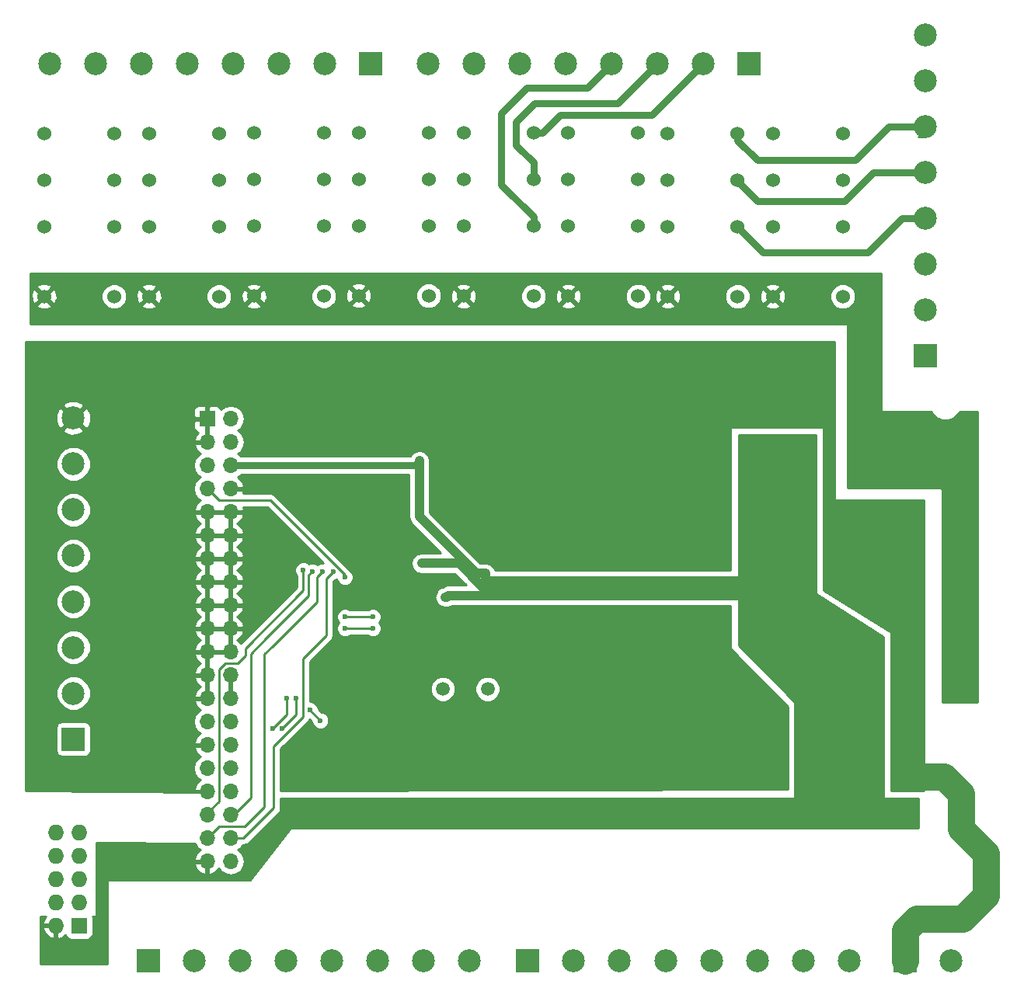
<source format=gbr>
G04 #@! TF.FileFunction,Copper,L2,Bot,Signal*
%FSLAX46Y46*%
G04 Gerber Fmt 4.6, Leading zero omitted, Abs format (unit mm)*
G04 Created by KiCad (PCBNEW 4.0.5) date 03/02/17 14:55:16*
%MOMM*%
%LPD*%
G01*
G04 APERTURE LIST*
%ADD10C,0.100000*%
%ADD11C,1.524000*%
%ADD12R,1.727200X1.727200*%
%ADD13O,1.727200X1.727200*%
%ADD14R,1.700000X1.700000*%
%ADD15O,1.700000X1.700000*%
%ADD16C,1.500000*%
%ADD17C,2.500000*%
%ADD18R,2.500000X2.500000*%
%ADD19C,0.900000*%
%ADD20C,0.600000*%
%ADD21C,1.000000*%
%ADD22C,0.800000*%
%ADD23C,3.000000*%
%ADD24C,0.250000*%
%ADD25C,0.254000*%
G04 APERTURE END LIST*
D10*
D11*
X64770000Y-69215000D03*
X64770000Y-61595000D03*
X64770000Y-56515000D03*
X64770000Y-51435000D03*
X57150000Y-69215000D03*
X57150000Y-61595000D03*
X57150000Y-56515000D03*
X57150000Y-51435000D03*
X110460763Y-69192500D03*
X110460763Y-61572500D03*
X110460763Y-56492500D03*
X110460763Y-51412500D03*
X102840763Y-69192500D03*
X102840763Y-61572500D03*
X102840763Y-56492500D03*
X102840763Y-51412500D03*
X76200000Y-69215000D03*
X76200000Y-61595000D03*
X76200000Y-56515000D03*
X76200000Y-51435000D03*
X68580000Y-69215000D03*
X68580000Y-61595000D03*
X68580000Y-56515000D03*
X68580000Y-51435000D03*
X87634763Y-69192500D03*
X87634763Y-61572500D03*
X87634763Y-56492500D03*
X87634763Y-51412500D03*
X80014763Y-69192500D03*
X80014763Y-61572500D03*
X80014763Y-56492500D03*
X80014763Y-51412500D03*
X99047763Y-69129000D03*
X99047763Y-61509000D03*
X99047763Y-56429000D03*
X99047763Y-51349000D03*
X91427763Y-69129000D03*
X91427763Y-61509000D03*
X91427763Y-56429000D03*
X91427763Y-51349000D03*
X121873763Y-69192500D03*
X121873763Y-61572500D03*
X121873763Y-56492500D03*
X121873763Y-51412500D03*
X114253763Y-69192500D03*
X114253763Y-61572500D03*
X114253763Y-56492500D03*
X114253763Y-51412500D03*
D12*
X60960000Y-137795000D03*
D13*
X58420000Y-137795000D03*
X60960000Y-135255000D03*
X58420000Y-135255000D03*
X60960000Y-132715000D03*
X58420000Y-132715000D03*
X60960000Y-130175000D03*
X58420000Y-130175000D03*
X60960000Y-127635000D03*
X58420000Y-127635000D03*
D14*
X74930000Y-82550000D03*
D15*
X77470000Y-82550000D03*
X74930000Y-85090000D03*
X77470000Y-85090000D03*
X74930000Y-87630000D03*
X77470000Y-87630000D03*
X74930000Y-90170000D03*
X77470000Y-90170000D03*
X74930000Y-92710000D03*
X77470000Y-92710000D03*
X74930000Y-95250000D03*
X77470000Y-95250000D03*
X74930000Y-97790000D03*
X77470000Y-97790000D03*
X74930000Y-100330000D03*
X77470000Y-100330000D03*
X74930000Y-102870000D03*
X77470000Y-102870000D03*
X74930000Y-105410000D03*
X77470000Y-105410000D03*
X74930000Y-107950000D03*
X77470000Y-107950000D03*
X74930000Y-110490000D03*
X77470000Y-110490000D03*
X74930000Y-113030000D03*
X77470000Y-113030000D03*
X74930000Y-115570000D03*
X77470000Y-115570000D03*
X74930000Y-118110000D03*
X77470000Y-118110000D03*
X74930000Y-120650000D03*
X77470000Y-120650000D03*
X74930000Y-123190000D03*
X77470000Y-123190000D03*
X74930000Y-125730000D03*
X77470000Y-125730000D03*
X74930000Y-128270000D03*
X77470000Y-128270000D03*
X74930000Y-130810000D03*
X77470000Y-130810000D03*
D16*
X100584000Y-112014000D03*
X105464000Y-112014000D03*
D11*
X132715000Y-69215000D03*
X132715000Y-61595000D03*
X132715000Y-56515000D03*
X132715000Y-51435000D03*
X125095000Y-69215000D03*
X125095000Y-61595000D03*
X125095000Y-56515000D03*
X125095000Y-51435000D03*
X144171262Y-69204001D03*
X144171262Y-61584001D03*
X144171262Y-56504001D03*
X144171262Y-51424001D03*
X136551262Y-69204001D03*
X136551262Y-61584001D03*
X136551262Y-56504001D03*
X136551262Y-51424001D03*
D17*
X103503800Y-141630400D03*
X98503800Y-141630400D03*
X93503800Y-141630400D03*
X88503800Y-141630400D03*
X83503800Y-141630400D03*
X78503800Y-141630400D03*
D18*
X68503800Y-141630400D03*
D17*
X73503800Y-141630400D03*
X144855000Y-141605000D03*
X139855000Y-141605000D03*
X134855000Y-141605000D03*
X129855000Y-141605000D03*
X124855000Y-141605000D03*
X119855000Y-141605000D03*
D18*
X109855000Y-141605000D03*
D17*
X114855000Y-141605000D03*
X98985000Y-43815000D03*
X103985000Y-43815000D03*
X108985000Y-43815000D03*
X113985000Y-43815000D03*
X118985000Y-43815000D03*
X123985000Y-43815000D03*
D18*
X133985000Y-43815000D03*
D17*
X128985000Y-43815000D03*
X60325000Y-82475000D03*
X60325000Y-87475000D03*
X60325000Y-92475000D03*
X60325000Y-97475000D03*
X60325000Y-102475000D03*
X60325000Y-107475000D03*
D18*
X60325000Y-117475000D03*
D17*
X60325000Y-112475000D03*
X57710000Y-43815000D03*
X62710000Y-43815000D03*
X67710000Y-43815000D03*
X72710000Y-43815000D03*
X77710000Y-43815000D03*
X82710000Y-43815000D03*
D18*
X92710000Y-43815000D03*
D17*
X87710000Y-43815000D03*
X153162000Y-40692000D03*
X153162000Y-45692000D03*
X153162000Y-50692000D03*
X153162000Y-55692000D03*
X153162000Y-60692000D03*
X153162000Y-65692000D03*
D18*
X153162000Y-75692000D03*
D17*
X153162000Y-70692000D03*
D18*
X151003000Y-141605000D03*
D17*
X156003000Y-141605000D03*
D19*
X138176000Y-88836500D03*
X137477500Y-86995000D03*
D20*
X105232200Y-99415600D03*
X98272600Y-98298000D03*
X100838000Y-101981000D03*
X80772000Y-87630000D03*
X98044000Y-87122000D03*
X150749000Y-126619000D03*
X133604000Y-126111000D03*
X123317000Y-126111000D03*
X113157000Y-126111000D03*
X92583000Y-126111000D03*
X102743000Y-126111000D03*
X143256000Y-125984000D03*
X146304000Y-106934000D03*
X139700000Y-100584000D03*
X137541000Y-97155000D03*
X128905000Y-112903000D03*
X121666000Y-105600500D03*
X128524000Y-96456500D03*
X121793000Y-88201500D03*
X128460500Y-88201500D03*
X121729500Y-96456500D03*
X128905000Y-105600500D03*
X121602500Y-112903000D03*
X102362000Y-103124000D03*
X105092500Y-97345500D03*
X98171000Y-100012500D03*
X150114000Y-121793000D03*
X102489000Y-95377000D03*
X99466400Y-87858600D03*
X128905000Y-80899000D03*
X72136000Y-120650000D03*
X70802500Y-122618500D03*
X88519000Y-121920000D03*
X91313000Y-121920000D03*
X137033000Y-120015000D03*
X129032000Y-121920000D03*
X131826000Y-121793000D03*
X118745000Y-121920000D03*
X121666000Y-121920000D03*
X108458000Y-121920000D03*
X110617000Y-108712000D03*
X98044000Y-121920000D03*
X101854000Y-121920000D03*
X90424000Y-98806000D03*
X100584000Y-110363000D03*
X65024000Y-75184000D03*
X66421000Y-77851000D03*
X75819000Y-75184000D03*
X77470000Y-77724000D03*
X88138000Y-79248000D03*
X88900000Y-75946000D03*
X99568000Y-78994000D03*
X100330000Y-75692000D03*
X108204000Y-82169000D03*
X111760000Y-75946000D03*
X117348000Y-82550000D03*
X123063000Y-76200000D03*
X133731000Y-77851000D03*
X143002000Y-91821000D03*
X152019000Y-93472000D03*
X147828000Y-92837000D03*
D19*
X157099000Y-93599000D03*
X157099000Y-88138000D03*
X154051000Y-88138000D03*
X157099000Y-103632000D03*
X157099000Y-108839000D03*
X157099000Y-98806000D03*
D20*
X87249000Y-115443000D03*
X86106000Y-114300000D03*
X89916000Y-99822000D03*
X83566000Y-113030000D03*
X82042000Y-116332000D03*
X84582000Y-113030000D03*
X83058000Y-116332000D03*
X85394800Y-99060000D03*
X86360000Y-99187000D03*
X87503000Y-99187000D03*
X88646000Y-99187000D03*
X92964000Y-104140000D03*
X89916000Y-104140000D03*
X92964000Y-105410000D03*
X89916000Y-105410000D03*
D21*
X105232200Y-99415600D02*
X104216200Y-99415600D01*
X98044000Y-93243400D02*
X98044000Y-87122000D01*
X104216200Y-99415600D02*
X98044000Y-93243400D01*
X105232200Y-99415600D02*
X105232200Y-99999800D01*
X105435400Y-100203000D02*
X135128000Y-100203000D01*
X105232200Y-99999800D02*
X105435400Y-100203000D01*
X98272600Y-98298000D02*
X102336600Y-98298000D01*
X104952800Y-100914200D02*
X135153400Y-100914200D01*
X102336600Y-98298000D02*
X104952800Y-100914200D01*
X100838000Y-101981000D02*
X101041200Y-101981000D01*
X101219000Y-101803200D02*
X135128000Y-101803200D01*
X101041200Y-101981000D02*
X101219000Y-101803200D01*
D22*
X77470000Y-87630000D02*
X80772000Y-87630000D01*
X80772000Y-87630000D02*
X97536000Y-87630000D01*
X97536000Y-87630000D02*
X98044000Y-87122000D01*
D23*
X151003000Y-141605000D02*
X151003000Y-138303000D01*
X155194000Y-121539000D02*
X151384000Y-121539000D01*
X157099000Y-123444000D02*
X155194000Y-121539000D01*
X157099000Y-127254000D02*
X157099000Y-123444000D01*
X159766000Y-129921000D02*
X157099000Y-127254000D01*
X159766000Y-134493000D02*
X159766000Y-129921000D01*
X157226000Y-137033000D02*
X159766000Y-134493000D01*
X152273000Y-137033000D02*
X157226000Y-137033000D01*
X151003000Y-138303000D02*
X152273000Y-137033000D01*
D24*
X86106000Y-114300000D02*
X87249000Y-115443000D01*
D22*
X112649000Y-46482000D02*
X116318000Y-46482000D01*
X110460763Y-60549763D02*
X106934000Y-57023000D01*
X106934000Y-57023000D02*
X106934000Y-49276000D01*
X106934000Y-49276000D02*
X109728000Y-46482000D01*
X109728000Y-46482000D02*
X112649000Y-46482000D01*
X110460763Y-61572500D02*
X110460763Y-60549763D01*
X116318000Y-46482000D02*
X118985000Y-43815000D01*
X110460763Y-56492500D02*
X110460763Y-54580763D01*
X119667000Y-48133000D02*
X123985000Y-43815000D01*
X110617000Y-48133000D02*
X119667000Y-48133000D01*
X108585000Y-50165000D02*
X110617000Y-48133000D01*
X108585000Y-52705000D02*
X108585000Y-50165000D01*
X110460763Y-54580763D02*
X108585000Y-52705000D01*
X110460763Y-51412500D02*
X111401500Y-51412500D01*
X123397000Y-49403000D02*
X128985000Y-43815000D01*
X113411000Y-49403000D02*
X123397000Y-49403000D01*
X111401500Y-51412500D02*
X113411000Y-49403000D01*
D24*
X74930000Y-90170000D02*
X76200000Y-91440000D01*
X89916000Y-99568000D02*
X89916000Y-99822000D01*
X81788000Y-91440000D02*
X89916000Y-99568000D01*
X76200000Y-91440000D02*
X81788000Y-91440000D01*
X83566000Y-114808000D02*
X83566000Y-113030000D01*
X82042000Y-116332000D02*
X83566000Y-114808000D01*
X84582000Y-114808000D02*
X84582000Y-113030000D01*
X83058000Y-116332000D02*
X84582000Y-114808000D01*
X74930000Y-125730000D02*
X74930000Y-125501400D01*
X74930000Y-125501400D02*
X76174600Y-124256800D01*
X85394800Y-101244400D02*
X85394800Y-99060000D01*
X79070200Y-107569000D02*
X85394800Y-101244400D01*
X79070200Y-108381800D02*
X79070200Y-107569000D01*
X78282800Y-109169200D02*
X79070200Y-108381800D01*
X76885800Y-109169200D02*
X78282800Y-109169200D01*
X76174600Y-109880400D02*
X76885800Y-109169200D01*
X76174600Y-124256800D02*
X76174600Y-109880400D01*
X74930000Y-125730000D02*
X74930000Y-125603000D01*
X77470000Y-125730000D02*
X77825600Y-125730000D01*
X77825600Y-125730000D02*
X79679800Y-123875800D01*
X79679800Y-123875800D02*
X79679800Y-108153200D01*
X81407000Y-106426000D02*
X85979000Y-101854000D01*
X79679800Y-108153200D02*
X81407000Y-106426000D01*
X85979000Y-99568000D02*
X86360000Y-99187000D01*
X85979000Y-101854000D02*
X85979000Y-99568000D01*
X77470000Y-125730000D02*
X77470000Y-125603000D01*
X82042000Y-107315000D02*
X86868000Y-102489000D01*
X76200000Y-127000000D02*
X78994000Y-127000000D01*
X78994000Y-127000000D02*
X81153000Y-124841000D01*
X81153000Y-124841000D02*
X81153000Y-112598200D01*
X81153000Y-112598200D02*
X81153000Y-108204000D01*
X81153000Y-108204000D02*
X82042000Y-107315000D01*
X74930000Y-128270000D02*
X76200000Y-127000000D01*
X86868000Y-99822000D02*
X87503000Y-99187000D01*
X86868000Y-102489000D02*
X86868000Y-99822000D01*
X86741000Y-107315000D02*
X87884000Y-106172000D01*
X78867000Y-128270000D02*
X82169000Y-124968000D01*
X82169000Y-124968000D02*
X82169000Y-118237000D01*
X82169000Y-118237000D02*
X85344000Y-115062000D01*
X85344000Y-115062000D02*
X85344000Y-108712000D01*
X85344000Y-108712000D02*
X86741000Y-107315000D01*
X77470000Y-128270000D02*
X78867000Y-128270000D01*
X87884000Y-99949000D02*
X88646000Y-99187000D01*
X87884000Y-106172000D02*
X87884000Y-99949000D01*
D22*
X134874000Y-58801000D02*
X144399000Y-58801000D01*
X132715000Y-56642000D02*
X134874000Y-58801000D01*
X147508000Y-55692000D02*
X153162000Y-55692000D01*
X144399000Y-58801000D02*
X147508000Y-55692000D01*
X132715000Y-56515000D02*
X132715000Y-56642000D01*
D24*
X132715000Y-56515000D02*
X132842000Y-56515000D01*
D22*
X146812000Y-64389000D02*
X146939000Y-64389000D01*
X135509000Y-64389000D02*
X146812000Y-64389000D01*
X132715000Y-61595000D02*
X135509000Y-64389000D01*
X150636000Y-60692000D02*
X153162000Y-60692000D01*
X146939000Y-64389000D02*
X150636000Y-60692000D01*
D24*
X132715000Y-61595000D02*
X132969000Y-61595000D01*
D22*
X134874000Y-54356000D02*
X145542000Y-54356000D01*
X132715000Y-52197000D02*
X134874000Y-54356000D01*
X149206000Y-50692000D02*
X153162000Y-50692000D01*
X145542000Y-54356000D02*
X149206000Y-50692000D01*
X132715000Y-51435000D02*
X132715000Y-52197000D01*
D24*
X152381000Y-51835000D02*
X153035000Y-51835000D01*
X89916000Y-104140000D02*
X92964000Y-104140000D01*
X89916000Y-105410000D02*
X92964000Y-105410000D01*
D25*
G36*
X148336000Y-81661000D02*
X148346006Y-81710410D01*
X148374447Y-81752035D01*
X148416841Y-81779315D01*
X148463000Y-81788000D01*
X153806586Y-81788000D01*
X153878281Y-81961515D01*
X154365918Y-82450004D01*
X155003373Y-82714699D01*
X155693599Y-82715301D01*
X156331515Y-82451719D01*
X156820004Y-81964082D01*
X156893120Y-81788000D01*
X158877000Y-81788000D01*
X158877000Y-113411000D01*
X155067000Y-113411000D01*
X155067000Y-112522000D01*
X155066999Y-112521638D01*
X155003499Y-90233138D01*
X154993353Y-90183757D01*
X154964794Y-90142213D01*
X154922322Y-90115054D01*
X154876500Y-90106500D01*
X144716500Y-90106500D01*
X144716500Y-72326500D01*
X144706494Y-72277090D01*
X144678053Y-72235465D01*
X144635659Y-72208185D01*
X144589500Y-72199500D01*
X55626000Y-72199500D01*
X55626000Y-70195213D01*
X56349392Y-70195213D01*
X56418857Y-70437397D01*
X56942302Y-70624144D01*
X57497368Y-70596362D01*
X57881143Y-70437397D01*
X57950608Y-70195213D01*
X57150000Y-69394605D01*
X56349392Y-70195213D01*
X55626000Y-70195213D01*
X55626000Y-69007302D01*
X55740856Y-69007302D01*
X55768638Y-69562368D01*
X55927603Y-69946143D01*
X56169787Y-70015608D01*
X56970395Y-69215000D01*
X57329605Y-69215000D01*
X58130213Y-70015608D01*
X58372397Y-69946143D01*
X58534540Y-69491661D01*
X63372758Y-69491661D01*
X63584990Y-70005303D01*
X63977630Y-70398629D01*
X64490900Y-70611757D01*
X65046661Y-70612242D01*
X65560303Y-70400010D01*
X65765457Y-70195213D01*
X67779392Y-70195213D01*
X67848857Y-70437397D01*
X68372302Y-70624144D01*
X68927368Y-70596362D01*
X69311143Y-70437397D01*
X69380608Y-70195213D01*
X68580000Y-69394605D01*
X67779392Y-70195213D01*
X65765457Y-70195213D01*
X65953629Y-70007370D01*
X66166757Y-69494100D01*
X66167181Y-69007302D01*
X67170856Y-69007302D01*
X67198638Y-69562368D01*
X67357603Y-69946143D01*
X67599787Y-70015608D01*
X68400395Y-69215000D01*
X68759605Y-69215000D01*
X69560213Y-70015608D01*
X69802397Y-69946143D01*
X69964540Y-69491661D01*
X74802758Y-69491661D01*
X75014990Y-70005303D01*
X75407630Y-70398629D01*
X75920900Y-70611757D01*
X76476661Y-70612242D01*
X76990303Y-70400010D01*
X77217997Y-70172713D01*
X79214155Y-70172713D01*
X79283620Y-70414897D01*
X79807065Y-70601644D01*
X80362131Y-70573862D01*
X80745906Y-70414897D01*
X80815371Y-70172713D01*
X80014763Y-69372105D01*
X79214155Y-70172713D01*
X77217997Y-70172713D01*
X77383629Y-70007370D01*
X77596757Y-69494100D01*
X77597201Y-68984802D01*
X78605619Y-68984802D01*
X78633401Y-69539868D01*
X78792366Y-69923643D01*
X79034550Y-69993108D01*
X79835158Y-69192500D01*
X80194368Y-69192500D01*
X80994976Y-69993108D01*
X81237160Y-69923643D01*
X81399303Y-69469161D01*
X86237521Y-69469161D01*
X86449753Y-69982803D01*
X86842393Y-70376129D01*
X87355663Y-70589257D01*
X87911424Y-70589742D01*
X88425066Y-70377510D01*
X88693831Y-70109213D01*
X90627155Y-70109213D01*
X90696620Y-70351397D01*
X91220065Y-70538144D01*
X91775131Y-70510362D01*
X92158906Y-70351397D01*
X92228371Y-70109213D01*
X91427763Y-69308605D01*
X90627155Y-70109213D01*
X88693831Y-70109213D01*
X88818392Y-69984870D01*
X89031520Y-69471600D01*
X89032000Y-68921302D01*
X90018619Y-68921302D01*
X90046401Y-69476368D01*
X90205366Y-69860143D01*
X90447550Y-69929608D01*
X91248158Y-69129000D01*
X91607368Y-69129000D01*
X92407976Y-69929608D01*
X92650160Y-69860143D01*
X92812303Y-69405661D01*
X97650521Y-69405661D01*
X97862753Y-69919303D01*
X98255393Y-70312629D01*
X98768663Y-70525757D01*
X99324424Y-70526242D01*
X99838066Y-70314010D01*
X99979609Y-70172713D01*
X102040155Y-70172713D01*
X102109620Y-70414897D01*
X102633065Y-70601644D01*
X103188131Y-70573862D01*
X103571906Y-70414897D01*
X103641371Y-70172713D01*
X102840763Y-69372105D01*
X102040155Y-70172713D01*
X99979609Y-70172713D01*
X100231392Y-69921370D01*
X100444520Y-69408100D01*
X100444889Y-68984802D01*
X101431619Y-68984802D01*
X101459401Y-69539868D01*
X101618366Y-69923643D01*
X101860550Y-69993108D01*
X102661158Y-69192500D01*
X103020368Y-69192500D01*
X103820976Y-69993108D01*
X104063160Y-69923643D01*
X104225303Y-69469161D01*
X109063521Y-69469161D01*
X109275753Y-69982803D01*
X109668393Y-70376129D01*
X110181663Y-70589257D01*
X110737424Y-70589742D01*
X111251066Y-70377510D01*
X111456220Y-70172713D01*
X113453155Y-70172713D01*
X113522620Y-70414897D01*
X114046065Y-70601644D01*
X114601131Y-70573862D01*
X114984906Y-70414897D01*
X115054371Y-70172713D01*
X114253763Y-69372105D01*
X113453155Y-70172713D01*
X111456220Y-70172713D01*
X111644392Y-69984870D01*
X111857520Y-69471600D01*
X111857944Y-68984802D01*
X112844619Y-68984802D01*
X112872401Y-69539868D01*
X113031366Y-69923643D01*
X113273550Y-69993108D01*
X114074158Y-69192500D01*
X114433368Y-69192500D01*
X115233976Y-69993108D01*
X115476160Y-69923643D01*
X115638303Y-69469161D01*
X120476521Y-69469161D01*
X120688753Y-69982803D01*
X121081393Y-70376129D01*
X121594663Y-70589257D01*
X122150424Y-70589742D01*
X122664066Y-70377510D01*
X122846681Y-70195213D01*
X124294392Y-70195213D01*
X124363857Y-70437397D01*
X124887302Y-70624144D01*
X125442368Y-70596362D01*
X125826143Y-70437397D01*
X125895608Y-70195213D01*
X125095000Y-69394605D01*
X124294392Y-70195213D01*
X122846681Y-70195213D01*
X123057392Y-69984870D01*
X123270520Y-69471600D01*
X123270925Y-69007302D01*
X123685856Y-69007302D01*
X123713638Y-69562368D01*
X123872603Y-69946143D01*
X124114787Y-70015608D01*
X124915395Y-69215000D01*
X125274605Y-69215000D01*
X126075213Y-70015608D01*
X126317397Y-69946143D01*
X126479540Y-69491661D01*
X131317758Y-69491661D01*
X131529990Y-70005303D01*
X131922630Y-70398629D01*
X132435900Y-70611757D01*
X132991661Y-70612242D01*
X133505303Y-70400010D01*
X133721476Y-70184214D01*
X135750654Y-70184214D01*
X135820119Y-70426398D01*
X136343564Y-70613145D01*
X136898630Y-70585363D01*
X137282405Y-70426398D01*
X137351870Y-70184214D01*
X136551262Y-69383606D01*
X135750654Y-70184214D01*
X133721476Y-70184214D01*
X133898629Y-70007370D01*
X134111757Y-69494100D01*
X134112191Y-68996303D01*
X135142118Y-68996303D01*
X135169900Y-69551369D01*
X135328865Y-69935144D01*
X135571049Y-70004609D01*
X136371657Y-69204001D01*
X136730867Y-69204001D01*
X137531475Y-70004609D01*
X137773659Y-69935144D01*
X137935802Y-69480662D01*
X142774020Y-69480662D01*
X142986252Y-69994304D01*
X143378892Y-70387630D01*
X143892162Y-70600758D01*
X144447923Y-70601243D01*
X144961565Y-70389011D01*
X145354891Y-69996371D01*
X145568019Y-69483101D01*
X145568504Y-68927340D01*
X145356272Y-68413698D01*
X144963632Y-68020372D01*
X144450362Y-67807244D01*
X143894601Y-67806759D01*
X143380959Y-68018991D01*
X142987633Y-68411631D01*
X142774505Y-68924901D01*
X142774020Y-69480662D01*
X137935802Y-69480662D01*
X137960406Y-69411699D01*
X137932624Y-68856633D01*
X137773659Y-68472858D01*
X137531475Y-68403393D01*
X136730867Y-69204001D01*
X136371657Y-69204001D01*
X135571049Y-68403393D01*
X135328865Y-68472858D01*
X135142118Y-68996303D01*
X134112191Y-68996303D01*
X134112242Y-68938339D01*
X133900010Y-68424697D01*
X133699452Y-68223788D01*
X135750654Y-68223788D01*
X136551262Y-69024396D01*
X137351870Y-68223788D01*
X137282405Y-67981604D01*
X136758960Y-67794857D01*
X136203894Y-67822639D01*
X135820119Y-67981604D01*
X135750654Y-68223788D01*
X133699452Y-68223788D01*
X133507370Y-68031371D01*
X132994100Y-67818243D01*
X132438339Y-67817758D01*
X131924697Y-68029990D01*
X131531371Y-68422630D01*
X131318243Y-68935900D01*
X131317758Y-69491661D01*
X126479540Y-69491661D01*
X126504144Y-69422698D01*
X126476362Y-68867632D01*
X126317397Y-68483857D01*
X126075213Y-68414392D01*
X125274605Y-69215000D01*
X124915395Y-69215000D01*
X124114787Y-68414392D01*
X123872603Y-68483857D01*
X123685856Y-69007302D01*
X123270925Y-69007302D01*
X123271005Y-68915839D01*
X123058773Y-68402197D01*
X122891655Y-68234787D01*
X124294392Y-68234787D01*
X125095000Y-69035395D01*
X125895608Y-68234787D01*
X125826143Y-67992603D01*
X125302698Y-67805856D01*
X124747632Y-67833638D01*
X124363857Y-67992603D01*
X124294392Y-68234787D01*
X122891655Y-68234787D01*
X122666133Y-68008871D01*
X122152863Y-67795743D01*
X121597102Y-67795258D01*
X121083460Y-68007490D01*
X120690134Y-68400130D01*
X120477006Y-68913400D01*
X120476521Y-69469161D01*
X115638303Y-69469161D01*
X115662907Y-69400198D01*
X115635125Y-68845132D01*
X115476160Y-68461357D01*
X115233976Y-68391892D01*
X114433368Y-69192500D01*
X114074158Y-69192500D01*
X113273550Y-68391892D01*
X113031366Y-68461357D01*
X112844619Y-68984802D01*
X111857944Y-68984802D01*
X111858005Y-68915839D01*
X111645773Y-68402197D01*
X111456195Y-68212287D01*
X113453155Y-68212287D01*
X114253763Y-69012895D01*
X115054371Y-68212287D01*
X114984906Y-67970103D01*
X114461461Y-67783356D01*
X113906395Y-67811138D01*
X113522620Y-67970103D01*
X113453155Y-68212287D01*
X111456195Y-68212287D01*
X111253133Y-68008871D01*
X110739863Y-67795743D01*
X110184102Y-67795258D01*
X109670460Y-68007490D01*
X109277134Y-68400130D01*
X109064006Y-68913400D01*
X109063521Y-69469161D01*
X104225303Y-69469161D01*
X104249907Y-69400198D01*
X104222125Y-68845132D01*
X104063160Y-68461357D01*
X103820976Y-68391892D01*
X103020368Y-69192500D01*
X102661158Y-69192500D01*
X101860550Y-68391892D01*
X101618366Y-68461357D01*
X101431619Y-68984802D01*
X100444889Y-68984802D01*
X100445005Y-68852339D01*
X100232773Y-68338697D01*
X100106584Y-68212287D01*
X102040155Y-68212287D01*
X102840763Y-69012895D01*
X103641371Y-68212287D01*
X103571906Y-67970103D01*
X103048461Y-67783356D01*
X102493395Y-67811138D01*
X102109620Y-67970103D01*
X102040155Y-68212287D01*
X100106584Y-68212287D01*
X99840133Y-67945371D01*
X99326863Y-67732243D01*
X98771102Y-67731758D01*
X98257460Y-67943990D01*
X97864134Y-68336630D01*
X97651006Y-68849900D01*
X97650521Y-69405661D01*
X92812303Y-69405661D01*
X92836907Y-69336698D01*
X92809125Y-68781632D01*
X92650160Y-68397857D01*
X92407976Y-68328392D01*
X91607368Y-69129000D01*
X91248158Y-69129000D01*
X90447550Y-68328392D01*
X90205366Y-68397857D01*
X90018619Y-68921302D01*
X89032000Y-68921302D01*
X89032005Y-68915839D01*
X88819773Y-68402197D01*
X88566805Y-68148787D01*
X90627155Y-68148787D01*
X91427763Y-68949395D01*
X92228371Y-68148787D01*
X92158906Y-67906603D01*
X91635461Y-67719856D01*
X91080395Y-67747638D01*
X90696620Y-67906603D01*
X90627155Y-68148787D01*
X88566805Y-68148787D01*
X88427133Y-68008871D01*
X87913863Y-67795743D01*
X87358102Y-67795258D01*
X86844460Y-68007490D01*
X86451134Y-68400130D01*
X86238006Y-68913400D01*
X86237521Y-69469161D01*
X81399303Y-69469161D01*
X81423907Y-69400198D01*
X81396125Y-68845132D01*
X81237160Y-68461357D01*
X80994976Y-68391892D01*
X80194368Y-69192500D01*
X79835158Y-69192500D01*
X79034550Y-68391892D01*
X78792366Y-68461357D01*
X78605619Y-68984802D01*
X77597201Y-68984802D01*
X77597242Y-68938339D01*
X77385010Y-68424697D01*
X77172971Y-68212287D01*
X79214155Y-68212287D01*
X80014763Y-69012895D01*
X80815371Y-68212287D01*
X80745906Y-67970103D01*
X80222461Y-67783356D01*
X79667395Y-67811138D01*
X79283620Y-67970103D01*
X79214155Y-68212287D01*
X77172971Y-68212287D01*
X76992370Y-68031371D01*
X76479100Y-67818243D01*
X75923339Y-67817758D01*
X75409697Y-68029990D01*
X75016371Y-68422630D01*
X74803243Y-68935900D01*
X74802758Y-69491661D01*
X69964540Y-69491661D01*
X69989144Y-69422698D01*
X69961362Y-68867632D01*
X69802397Y-68483857D01*
X69560213Y-68414392D01*
X68759605Y-69215000D01*
X68400395Y-69215000D01*
X67599787Y-68414392D01*
X67357603Y-68483857D01*
X67170856Y-69007302D01*
X66167181Y-69007302D01*
X66167242Y-68938339D01*
X65955010Y-68424697D01*
X65765432Y-68234787D01*
X67779392Y-68234787D01*
X68580000Y-69035395D01*
X69380608Y-68234787D01*
X69311143Y-67992603D01*
X68787698Y-67805856D01*
X68232632Y-67833638D01*
X67848857Y-67992603D01*
X67779392Y-68234787D01*
X65765432Y-68234787D01*
X65562370Y-68031371D01*
X65049100Y-67818243D01*
X64493339Y-67817758D01*
X63979697Y-68029990D01*
X63586371Y-68422630D01*
X63373243Y-68935900D01*
X63372758Y-69491661D01*
X58534540Y-69491661D01*
X58559144Y-69422698D01*
X58531362Y-68867632D01*
X58372397Y-68483857D01*
X58130213Y-68414392D01*
X57329605Y-69215000D01*
X56970395Y-69215000D01*
X56169787Y-68414392D01*
X55927603Y-68483857D01*
X55740856Y-69007302D01*
X55626000Y-69007302D01*
X55626000Y-68234787D01*
X56349392Y-68234787D01*
X57150000Y-69035395D01*
X57950608Y-68234787D01*
X57881143Y-67992603D01*
X57357698Y-67805856D01*
X56802632Y-67833638D01*
X56418857Y-67992603D01*
X56349392Y-68234787D01*
X55626000Y-68234787D01*
X55626000Y-66675000D01*
X148336000Y-66675000D01*
X148336000Y-81661000D01*
X148336000Y-81661000D01*
G37*
X148336000Y-81661000D02*
X148346006Y-81710410D01*
X148374447Y-81752035D01*
X148416841Y-81779315D01*
X148463000Y-81788000D01*
X153806586Y-81788000D01*
X153878281Y-81961515D01*
X154365918Y-82450004D01*
X155003373Y-82714699D01*
X155693599Y-82715301D01*
X156331515Y-82451719D01*
X156820004Y-81964082D01*
X156893120Y-81788000D01*
X158877000Y-81788000D01*
X158877000Y-113411000D01*
X155067000Y-113411000D01*
X155067000Y-112522000D01*
X155066999Y-112521638D01*
X155003499Y-90233138D01*
X154993353Y-90183757D01*
X154964794Y-90142213D01*
X154922322Y-90115054D01*
X154876500Y-90106500D01*
X144716500Y-90106500D01*
X144716500Y-72326500D01*
X144706494Y-72277090D01*
X144678053Y-72235465D01*
X144635659Y-72208185D01*
X144589500Y-72199500D01*
X55626000Y-72199500D01*
X55626000Y-70195213D01*
X56349392Y-70195213D01*
X56418857Y-70437397D01*
X56942302Y-70624144D01*
X57497368Y-70596362D01*
X57881143Y-70437397D01*
X57950608Y-70195213D01*
X57150000Y-69394605D01*
X56349392Y-70195213D01*
X55626000Y-70195213D01*
X55626000Y-69007302D01*
X55740856Y-69007302D01*
X55768638Y-69562368D01*
X55927603Y-69946143D01*
X56169787Y-70015608D01*
X56970395Y-69215000D01*
X57329605Y-69215000D01*
X58130213Y-70015608D01*
X58372397Y-69946143D01*
X58534540Y-69491661D01*
X63372758Y-69491661D01*
X63584990Y-70005303D01*
X63977630Y-70398629D01*
X64490900Y-70611757D01*
X65046661Y-70612242D01*
X65560303Y-70400010D01*
X65765457Y-70195213D01*
X67779392Y-70195213D01*
X67848857Y-70437397D01*
X68372302Y-70624144D01*
X68927368Y-70596362D01*
X69311143Y-70437397D01*
X69380608Y-70195213D01*
X68580000Y-69394605D01*
X67779392Y-70195213D01*
X65765457Y-70195213D01*
X65953629Y-70007370D01*
X66166757Y-69494100D01*
X66167181Y-69007302D01*
X67170856Y-69007302D01*
X67198638Y-69562368D01*
X67357603Y-69946143D01*
X67599787Y-70015608D01*
X68400395Y-69215000D01*
X68759605Y-69215000D01*
X69560213Y-70015608D01*
X69802397Y-69946143D01*
X69964540Y-69491661D01*
X74802758Y-69491661D01*
X75014990Y-70005303D01*
X75407630Y-70398629D01*
X75920900Y-70611757D01*
X76476661Y-70612242D01*
X76990303Y-70400010D01*
X77217997Y-70172713D01*
X79214155Y-70172713D01*
X79283620Y-70414897D01*
X79807065Y-70601644D01*
X80362131Y-70573862D01*
X80745906Y-70414897D01*
X80815371Y-70172713D01*
X80014763Y-69372105D01*
X79214155Y-70172713D01*
X77217997Y-70172713D01*
X77383629Y-70007370D01*
X77596757Y-69494100D01*
X77597201Y-68984802D01*
X78605619Y-68984802D01*
X78633401Y-69539868D01*
X78792366Y-69923643D01*
X79034550Y-69993108D01*
X79835158Y-69192500D01*
X80194368Y-69192500D01*
X80994976Y-69993108D01*
X81237160Y-69923643D01*
X81399303Y-69469161D01*
X86237521Y-69469161D01*
X86449753Y-69982803D01*
X86842393Y-70376129D01*
X87355663Y-70589257D01*
X87911424Y-70589742D01*
X88425066Y-70377510D01*
X88693831Y-70109213D01*
X90627155Y-70109213D01*
X90696620Y-70351397D01*
X91220065Y-70538144D01*
X91775131Y-70510362D01*
X92158906Y-70351397D01*
X92228371Y-70109213D01*
X91427763Y-69308605D01*
X90627155Y-70109213D01*
X88693831Y-70109213D01*
X88818392Y-69984870D01*
X89031520Y-69471600D01*
X89032000Y-68921302D01*
X90018619Y-68921302D01*
X90046401Y-69476368D01*
X90205366Y-69860143D01*
X90447550Y-69929608D01*
X91248158Y-69129000D01*
X91607368Y-69129000D01*
X92407976Y-69929608D01*
X92650160Y-69860143D01*
X92812303Y-69405661D01*
X97650521Y-69405661D01*
X97862753Y-69919303D01*
X98255393Y-70312629D01*
X98768663Y-70525757D01*
X99324424Y-70526242D01*
X99838066Y-70314010D01*
X99979609Y-70172713D01*
X102040155Y-70172713D01*
X102109620Y-70414897D01*
X102633065Y-70601644D01*
X103188131Y-70573862D01*
X103571906Y-70414897D01*
X103641371Y-70172713D01*
X102840763Y-69372105D01*
X102040155Y-70172713D01*
X99979609Y-70172713D01*
X100231392Y-69921370D01*
X100444520Y-69408100D01*
X100444889Y-68984802D01*
X101431619Y-68984802D01*
X101459401Y-69539868D01*
X101618366Y-69923643D01*
X101860550Y-69993108D01*
X102661158Y-69192500D01*
X103020368Y-69192500D01*
X103820976Y-69993108D01*
X104063160Y-69923643D01*
X104225303Y-69469161D01*
X109063521Y-69469161D01*
X109275753Y-69982803D01*
X109668393Y-70376129D01*
X110181663Y-70589257D01*
X110737424Y-70589742D01*
X111251066Y-70377510D01*
X111456220Y-70172713D01*
X113453155Y-70172713D01*
X113522620Y-70414897D01*
X114046065Y-70601644D01*
X114601131Y-70573862D01*
X114984906Y-70414897D01*
X115054371Y-70172713D01*
X114253763Y-69372105D01*
X113453155Y-70172713D01*
X111456220Y-70172713D01*
X111644392Y-69984870D01*
X111857520Y-69471600D01*
X111857944Y-68984802D01*
X112844619Y-68984802D01*
X112872401Y-69539868D01*
X113031366Y-69923643D01*
X113273550Y-69993108D01*
X114074158Y-69192500D01*
X114433368Y-69192500D01*
X115233976Y-69993108D01*
X115476160Y-69923643D01*
X115638303Y-69469161D01*
X120476521Y-69469161D01*
X120688753Y-69982803D01*
X121081393Y-70376129D01*
X121594663Y-70589257D01*
X122150424Y-70589742D01*
X122664066Y-70377510D01*
X122846681Y-70195213D01*
X124294392Y-70195213D01*
X124363857Y-70437397D01*
X124887302Y-70624144D01*
X125442368Y-70596362D01*
X125826143Y-70437397D01*
X125895608Y-70195213D01*
X125095000Y-69394605D01*
X124294392Y-70195213D01*
X122846681Y-70195213D01*
X123057392Y-69984870D01*
X123270520Y-69471600D01*
X123270925Y-69007302D01*
X123685856Y-69007302D01*
X123713638Y-69562368D01*
X123872603Y-69946143D01*
X124114787Y-70015608D01*
X124915395Y-69215000D01*
X125274605Y-69215000D01*
X126075213Y-70015608D01*
X126317397Y-69946143D01*
X126479540Y-69491661D01*
X131317758Y-69491661D01*
X131529990Y-70005303D01*
X131922630Y-70398629D01*
X132435900Y-70611757D01*
X132991661Y-70612242D01*
X133505303Y-70400010D01*
X133721476Y-70184214D01*
X135750654Y-70184214D01*
X135820119Y-70426398D01*
X136343564Y-70613145D01*
X136898630Y-70585363D01*
X137282405Y-70426398D01*
X137351870Y-70184214D01*
X136551262Y-69383606D01*
X135750654Y-70184214D01*
X133721476Y-70184214D01*
X133898629Y-70007370D01*
X134111757Y-69494100D01*
X134112191Y-68996303D01*
X135142118Y-68996303D01*
X135169900Y-69551369D01*
X135328865Y-69935144D01*
X135571049Y-70004609D01*
X136371657Y-69204001D01*
X136730867Y-69204001D01*
X137531475Y-70004609D01*
X137773659Y-69935144D01*
X137935802Y-69480662D01*
X142774020Y-69480662D01*
X142986252Y-69994304D01*
X143378892Y-70387630D01*
X143892162Y-70600758D01*
X144447923Y-70601243D01*
X144961565Y-70389011D01*
X145354891Y-69996371D01*
X145568019Y-69483101D01*
X145568504Y-68927340D01*
X145356272Y-68413698D01*
X144963632Y-68020372D01*
X144450362Y-67807244D01*
X143894601Y-67806759D01*
X143380959Y-68018991D01*
X142987633Y-68411631D01*
X142774505Y-68924901D01*
X142774020Y-69480662D01*
X137935802Y-69480662D01*
X137960406Y-69411699D01*
X137932624Y-68856633D01*
X137773659Y-68472858D01*
X137531475Y-68403393D01*
X136730867Y-69204001D01*
X136371657Y-69204001D01*
X135571049Y-68403393D01*
X135328865Y-68472858D01*
X135142118Y-68996303D01*
X134112191Y-68996303D01*
X134112242Y-68938339D01*
X133900010Y-68424697D01*
X133699452Y-68223788D01*
X135750654Y-68223788D01*
X136551262Y-69024396D01*
X137351870Y-68223788D01*
X137282405Y-67981604D01*
X136758960Y-67794857D01*
X136203894Y-67822639D01*
X135820119Y-67981604D01*
X135750654Y-68223788D01*
X133699452Y-68223788D01*
X133507370Y-68031371D01*
X132994100Y-67818243D01*
X132438339Y-67817758D01*
X131924697Y-68029990D01*
X131531371Y-68422630D01*
X131318243Y-68935900D01*
X131317758Y-69491661D01*
X126479540Y-69491661D01*
X126504144Y-69422698D01*
X126476362Y-68867632D01*
X126317397Y-68483857D01*
X126075213Y-68414392D01*
X125274605Y-69215000D01*
X124915395Y-69215000D01*
X124114787Y-68414392D01*
X123872603Y-68483857D01*
X123685856Y-69007302D01*
X123270925Y-69007302D01*
X123271005Y-68915839D01*
X123058773Y-68402197D01*
X122891655Y-68234787D01*
X124294392Y-68234787D01*
X125095000Y-69035395D01*
X125895608Y-68234787D01*
X125826143Y-67992603D01*
X125302698Y-67805856D01*
X124747632Y-67833638D01*
X124363857Y-67992603D01*
X124294392Y-68234787D01*
X122891655Y-68234787D01*
X122666133Y-68008871D01*
X122152863Y-67795743D01*
X121597102Y-67795258D01*
X121083460Y-68007490D01*
X120690134Y-68400130D01*
X120477006Y-68913400D01*
X120476521Y-69469161D01*
X115638303Y-69469161D01*
X115662907Y-69400198D01*
X115635125Y-68845132D01*
X115476160Y-68461357D01*
X115233976Y-68391892D01*
X114433368Y-69192500D01*
X114074158Y-69192500D01*
X113273550Y-68391892D01*
X113031366Y-68461357D01*
X112844619Y-68984802D01*
X111857944Y-68984802D01*
X111858005Y-68915839D01*
X111645773Y-68402197D01*
X111456195Y-68212287D01*
X113453155Y-68212287D01*
X114253763Y-69012895D01*
X115054371Y-68212287D01*
X114984906Y-67970103D01*
X114461461Y-67783356D01*
X113906395Y-67811138D01*
X113522620Y-67970103D01*
X113453155Y-68212287D01*
X111456195Y-68212287D01*
X111253133Y-68008871D01*
X110739863Y-67795743D01*
X110184102Y-67795258D01*
X109670460Y-68007490D01*
X109277134Y-68400130D01*
X109064006Y-68913400D01*
X109063521Y-69469161D01*
X104225303Y-69469161D01*
X104249907Y-69400198D01*
X104222125Y-68845132D01*
X104063160Y-68461357D01*
X103820976Y-68391892D01*
X103020368Y-69192500D01*
X102661158Y-69192500D01*
X101860550Y-68391892D01*
X101618366Y-68461357D01*
X101431619Y-68984802D01*
X100444889Y-68984802D01*
X100445005Y-68852339D01*
X100232773Y-68338697D01*
X100106584Y-68212287D01*
X102040155Y-68212287D01*
X102840763Y-69012895D01*
X103641371Y-68212287D01*
X103571906Y-67970103D01*
X103048461Y-67783356D01*
X102493395Y-67811138D01*
X102109620Y-67970103D01*
X102040155Y-68212287D01*
X100106584Y-68212287D01*
X99840133Y-67945371D01*
X99326863Y-67732243D01*
X98771102Y-67731758D01*
X98257460Y-67943990D01*
X97864134Y-68336630D01*
X97651006Y-68849900D01*
X97650521Y-69405661D01*
X92812303Y-69405661D01*
X92836907Y-69336698D01*
X92809125Y-68781632D01*
X92650160Y-68397857D01*
X92407976Y-68328392D01*
X91607368Y-69129000D01*
X91248158Y-69129000D01*
X90447550Y-68328392D01*
X90205366Y-68397857D01*
X90018619Y-68921302D01*
X89032000Y-68921302D01*
X89032005Y-68915839D01*
X88819773Y-68402197D01*
X88566805Y-68148787D01*
X90627155Y-68148787D01*
X91427763Y-68949395D01*
X92228371Y-68148787D01*
X92158906Y-67906603D01*
X91635461Y-67719856D01*
X91080395Y-67747638D01*
X90696620Y-67906603D01*
X90627155Y-68148787D01*
X88566805Y-68148787D01*
X88427133Y-68008871D01*
X87913863Y-67795743D01*
X87358102Y-67795258D01*
X86844460Y-68007490D01*
X86451134Y-68400130D01*
X86238006Y-68913400D01*
X86237521Y-69469161D01*
X81399303Y-69469161D01*
X81423907Y-69400198D01*
X81396125Y-68845132D01*
X81237160Y-68461357D01*
X80994976Y-68391892D01*
X80194368Y-69192500D01*
X79835158Y-69192500D01*
X79034550Y-68391892D01*
X78792366Y-68461357D01*
X78605619Y-68984802D01*
X77597201Y-68984802D01*
X77597242Y-68938339D01*
X77385010Y-68424697D01*
X77172971Y-68212287D01*
X79214155Y-68212287D01*
X80014763Y-69012895D01*
X80815371Y-68212287D01*
X80745906Y-67970103D01*
X80222461Y-67783356D01*
X79667395Y-67811138D01*
X79283620Y-67970103D01*
X79214155Y-68212287D01*
X77172971Y-68212287D01*
X76992370Y-68031371D01*
X76479100Y-67818243D01*
X75923339Y-67817758D01*
X75409697Y-68029990D01*
X75016371Y-68422630D01*
X74803243Y-68935900D01*
X74802758Y-69491661D01*
X69964540Y-69491661D01*
X69989144Y-69422698D01*
X69961362Y-68867632D01*
X69802397Y-68483857D01*
X69560213Y-68414392D01*
X68759605Y-69215000D01*
X68400395Y-69215000D01*
X67599787Y-68414392D01*
X67357603Y-68483857D01*
X67170856Y-69007302D01*
X66167181Y-69007302D01*
X66167242Y-68938339D01*
X65955010Y-68424697D01*
X65765432Y-68234787D01*
X67779392Y-68234787D01*
X68580000Y-69035395D01*
X69380608Y-68234787D01*
X69311143Y-67992603D01*
X68787698Y-67805856D01*
X68232632Y-67833638D01*
X67848857Y-67992603D01*
X67779392Y-68234787D01*
X65765432Y-68234787D01*
X65562370Y-68031371D01*
X65049100Y-67818243D01*
X64493339Y-67817758D01*
X63979697Y-68029990D01*
X63586371Y-68422630D01*
X63373243Y-68935900D01*
X63372758Y-69491661D01*
X58534540Y-69491661D01*
X58559144Y-69422698D01*
X58531362Y-68867632D01*
X58372397Y-68483857D01*
X58130213Y-68414392D01*
X57329605Y-69215000D01*
X56970395Y-69215000D01*
X56169787Y-68414392D01*
X55927603Y-68483857D01*
X55740856Y-69007302D01*
X55626000Y-69007302D01*
X55626000Y-68234787D01*
X56349392Y-68234787D01*
X57150000Y-69035395D01*
X57950608Y-68234787D01*
X57881143Y-67992603D01*
X57357698Y-67805856D01*
X56802632Y-67833638D01*
X56418857Y-67992603D01*
X56349392Y-68234787D01*
X55626000Y-68234787D01*
X55626000Y-66675000D01*
X148336000Y-66675000D01*
X148336000Y-81661000D01*
G36*
X141224000Y-101600000D02*
X141234006Y-101649410D01*
X141262447Y-101691035D01*
X141282697Y-101707069D01*
X148590000Y-106368624D01*
X148590000Y-123825000D01*
X148600006Y-123874410D01*
X148628447Y-123916035D01*
X148670841Y-123943315D01*
X148717000Y-123952000D01*
X152400000Y-123952000D01*
X152400000Y-127127000D01*
X84074000Y-127127000D01*
X84024590Y-127137006D01*
X83973752Y-127176030D01*
X79566886Y-132842000D01*
X64135000Y-132842000D01*
X64085590Y-132852006D01*
X64043965Y-132880447D01*
X64016685Y-132922841D01*
X64008000Y-132969000D01*
X64008000Y-141986000D01*
X56769000Y-141986000D01*
X56769000Y-138154027D01*
X56965032Y-138154027D01*
X57213179Y-138683490D01*
X57645053Y-139077688D01*
X58060974Y-139249958D01*
X58293000Y-139128817D01*
X58293000Y-137922000D01*
X57085531Y-137922000D01*
X56965032Y-138154027D01*
X56769000Y-138154027D01*
X56769000Y-136779000D01*
X57352876Y-136779000D01*
X57213179Y-136906510D01*
X56965032Y-137435973D01*
X57085531Y-137668000D01*
X58293000Y-137668000D01*
X58293000Y-137648000D01*
X58547000Y-137648000D01*
X58547000Y-137668000D01*
X58567000Y-137668000D01*
X58567000Y-137922000D01*
X58547000Y-137922000D01*
X58547000Y-139128817D01*
X58779026Y-139249958D01*
X59194947Y-139077688D01*
X59479027Y-138818391D01*
X59493238Y-138893917D01*
X59632310Y-139110041D01*
X59844510Y-139255031D01*
X60096400Y-139306040D01*
X61823600Y-139306040D01*
X62058917Y-139261762D01*
X62275041Y-139122690D01*
X62420031Y-138910490D01*
X62471040Y-138658600D01*
X62471040Y-136931400D01*
X62442364Y-136779000D01*
X62738000Y-136779000D01*
X62787410Y-136768994D01*
X62829035Y-136740553D01*
X62856315Y-136698159D01*
X62865000Y-136652000D01*
X62865000Y-131166890D01*
X73488524Y-131166890D01*
X73658355Y-131576924D01*
X74048642Y-132005183D01*
X74573108Y-132251486D01*
X74803000Y-132130819D01*
X74803000Y-130937000D01*
X73609845Y-130937000D01*
X73488524Y-131166890D01*
X62865000Y-131166890D01*
X62865000Y-128778996D01*
X73545082Y-128862434D01*
X73850853Y-129320054D01*
X74191553Y-129547702D01*
X74048642Y-129614817D01*
X73658355Y-130043076D01*
X73488524Y-130453110D01*
X73609845Y-130683000D01*
X74803000Y-130683000D01*
X74803000Y-130663000D01*
X75057000Y-130663000D01*
X75057000Y-130683000D01*
X75077000Y-130683000D01*
X75077000Y-130937000D01*
X75057000Y-130937000D01*
X75057000Y-132130819D01*
X75286892Y-132251486D01*
X75811358Y-132005183D01*
X76201645Y-131576924D01*
X76201655Y-131576899D01*
X76390853Y-131860054D01*
X76872622Y-132181961D01*
X77440907Y-132295000D01*
X77499093Y-132295000D01*
X78067378Y-132181961D01*
X78549147Y-131860054D01*
X78871054Y-131378285D01*
X78984093Y-130810000D01*
X78871054Y-130241715D01*
X78549147Y-129759946D01*
X78219974Y-129540000D01*
X78549147Y-129320054D01*
X78742954Y-129030000D01*
X78867000Y-129030000D01*
X79157839Y-128972148D01*
X79404401Y-128807401D01*
X82706401Y-125505401D01*
X82871148Y-125258840D01*
X82929000Y-124968000D01*
X82929000Y-123952000D01*
X138811000Y-123952000D01*
X138860410Y-123941994D01*
X138902035Y-123913553D01*
X138929315Y-123871159D01*
X138938000Y-123825000D01*
X138938000Y-113411000D01*
X138927994Y-113361590D01*
X138900803Y-113321197D01*
X132842000Y-107262394D01*
X132842000Y-84328000D01*
X141224000Y-84328000D01*
X141224000Y-101600000D01*
X141224000Y-101600000D01*
G37*
X141224000Y-101600000D02*
X141234006Y-101649410D01*
X141262447Y-101691035D01*
X141282697Y-101707069D01*
X148590000Y-106368624D01*
X148590000Y-123825000D01*
X148600006Y-123874410D01*
X148628447Y-123916035D01*
X148670841Y-123943315D01*
X148717000Y-123952000D01*
X152400000Y-123952000D01*
X152400000Y-127127000D01*
X84074000Y-127127000D01*
X84024590Y-127137006D01*
X83973752Y-127176030D01*
X79566886Y-132842000D01*
X64135000Y-132842000D01*
X64085590Y-132852006D01*
X64043965Y-132880447D01*
X64016685Y-132922841D01*
X64008000Y-132969000D01*
X64008000Y-141986000D01*
X56769000Y-141986000D01*
X56769000Y-138154027D01*
X56965032Y-138154027D01*
X57213179Y-138683490D01*
X57645053Y-139077688D01*
X58060974Y-139249958D01*
X58293000Y-139128817D01*
X58293000Y-137922000D01*
X57085531Y-137922000D01*
X56965032Y-138154027D01*
X56769000Y-138154027D01*
X56769000Y-136779000D01*
X57352876Y-136779000D01*
X57213179Y-136906510D01*
X56965032Y-137435973D01*
X57085531Y-137668000D01*
X58293000Y-137668000D01*
X58293000Y-137648000D01*
X58547000Y-137648000D01*
X58547000Y-137668000D01*
X58567000Y-137668000D01*
X58567000Y-137922000D01*
X58547000Y-137922000D01*
X58547000Y-139128817D01*
X58779026Y-139249958D01*
X59194947Y-139077688D01*
X59479027Y-138818391D01*
X59493238Y-138893917D01*
X59632310Y-139110041D01*
X59844510Y-139255031D01*
X60096400Y-139306040D01*
X61823600Y-139306040D01*
X62058917Y-139261762D01*
X62275041Y-139122690D01*
X62420031Y-138910490D01*
X62471040Y-138658600D01*
X62471040Y-136931400D01*
X62442364Y-136779000D01*
X62738000Y-136779000D01*
X62787410Y-136768994D01*
X62829035Y-136740553D01*
X62856315Y-136698159D01*
X62865000Y-136652000D01*
X62865000Y-131166890D01*
X73488524Y-131166890D01*
X73658355Y-131576924D01*
X74048642Y-132005183D01*
X74573108Y-132251486D01*
X74803000Y-132130819D01*
X74803000Y-130937000D01*
X73609845Y-130937000D01*
X73488524Y-131166890D01*
X62865000Y-131166890D01*
X62865000Y-128778996D01*
X73545082Y-128862434D01*
X73850853Y-129320054D01*
X74191553Y-129547702D01*
X74048642Y-129614817D01*
X73658355Y-130043076D01*
X73488524Y-130453110D01*
X73609845Y-130683000D01*
X74803000Y-130683000D01*
X74803000Y-130663000D01*
X75057000Y-130663000D01*
X75057000Y-130683000D01*
X75077000Y-130683000D01*
X75077000Y-130937000D01*
X75057000Y-130937000D01*
X75057000Y-132130819D01*
X75286892Y-132251486D01*
X75811358Y-132005183D01*
X76201645Y-131576924D01*
X76201655Y-131576899D01*
X76390853Y-131860054D01*
X76872622Y-132181961D01*
X77440907Y-132295000D01*
X77499093Y-132295000D01*
X78067378Y-132181961D01*
X78549147Y-131860054D01*
X78871054Y-131378285D01*
X78984093Y-130810000D01*
X78871054Y-130241715D01*
X78549147Y-129759946D01*
X78219974Y-129540000D01*
X78549147Y-129320054D01*
X78742954Y-129030000D01*
X78867000Y-129030000D01*
X79157839Y-128972148D01*
X79404401Y-128807401D01*
X82706401Y-125505401D01*
X82871148Y-125258840D01*
X82929000Y-124968000D01*
X82929000Y-123952000D01*
X138811000Y-123952000D01*
X138860410Y-123941994D01*
X138902035Y-123913553D01*
X138929315Y-123871159D01*
X138938000Y-123825000D01*
X138938000Y-113411000D01*
X138927994Y-113361590D01*
X138900803Y-113321197D01*
X132842000Y-107262394D01*
X132842000Y-84328000D01*
X141224000Y-84328000D01*
X141224000Y-101600000D01*
G36*
X77597000Y-123063000D02*
X77617000Y-123063000D01*
X77617000Y-123277459D01*
X77323000Y-123274673D01*
X77323000Y-123063000D01*
X77343000Y-123063000D01*
X77343000Y-123043000D01*
X77597000Y-123043000D01*
X77597000Y-123063000D01*
X77597000Y-123063000D01*
G37*
X77597000Y-123063000D02*
X77617000Y-123063000D01*
X77617000Y-123277459D01*
X77323000Y-123274673D01*
X77323000Y-123063000D01*
X77343000Y-123063000D01*
X77343000Y-123043000D01*
X77597000Y-123043000D01*
X77597000Y-123063000D01*
G36*
X143256000Y-91313000D02*
X143266006Y-91362410D01*
X143294447Y-91404035D01*
X143336841Y-91431315D01*
X143383000Y-91440000D01*
X153035000Y-91440000D01*
X153035000Y-123063000D01*
X149479000Y-123063000D01*
X149479000Y-105918000D01*
X149468994Y-105868590D01*
X149440553Y-105826965D01*
X149418975Y-105810096D01*
X142113000Y-101275353D01*
X142113000Y-83566000D01*
X142102994Y-83516590D01*
X142074553Y-83474965D01*
X142032159Y-83447685D01*
X141986000Y-83439000D01*
X132080000Y-83439000D01*
X132030590Y-83449006D01*
X131988965Y-83477447D01*
X131961685Y-83519841D01*
X131953000Y-83566000D01*
X131953000Y-99068000D01*
X106298058Y-99068000D01*
X106280803Y-98981254D01*
X106034766Y-98613034D01*
X105666546Y-98366997D01*
X105232200Y-98280600D01*
X104686332Y-98280600D01*
X99179000Y-92773268D01*
X99179000Y-87122000D01*
X99092603Y-86687654D01*
X98846566Y-86319434D01*
X98478346Y-86073397D01*
X98044000Y-85987000D01*
X97609654Y-86073397D01*
X97241434Y-86319434D01*
X97057306Y-86595000D01*
X78559206Y-86595000D01*
X78549147Y-86579946D01*
X78219974Y-86360000D01*
X78549147Y-86140054D01*
X78871054Y-85658285D01*
X78984093Y-85090000D01*
X78871054Y-84521715D01*
X78549147Y-84039946D01*
X78219974Y-83820000D01*
X78549147Y-83600054D01*
X78871054Y-83118285D01*
X78984093Y-82550000D01*
X78871054Y-81981715D01*
X78549147Y-81499946D01*
X78067378Y-81178039D01*
X77499093Y-81065000D01*
X77440907Y-81065000D01*
X76872622Y-81178039D01*
X76390853Y-81499946D01*
X76386903Y-81505858D01*
X76318327Y-81340301D01*
X76139698Y-81161673D01*
X75906309Y-81065000D01*
X75215750Y-81065000D01*
X75057000Y-81223750D01*
X75057000Y-82423000D01*
X75077000Y-82423000D01*
X75077000Y-82677000D01*
X75057000Y-82677000D01*
X75057000Y-84963000D01*
X75077000Y-84963000D01*
X75077000Y-85217000D01*
X75057000Y-85217000D01*
X75057000Y-85237000D01*
X74803000Y-85237000D01*
X74803000Y-85217000D01*
X73609845Y-85217000D01*
X73488524Y-85446890D01*
X73658355Y-85856924D01*
X74048642Y-86285183D01*
X74191553Y-86352298D01*
X73850853Y-86579946D01*
X73528946Y-87061715D01*
X73415907Y-87630000D01*
X73528946Y-88198285D01*
X73850853Y-88680054D01*
X74180026Y-88900000D01*
X73850853Y-89119946D01*
X73528946Y-89601715D01*
X73415907Y-90170000D01*
X73528946Y-90738285D01*
X73850853Y-91220054D01*
X74191553Y-91447702D01*
X74048642Y-91514817D01*
X73658355Y-91943076D01*
X73488524Y-92353110D01*
X73609845Y-92583000D01*
X74803000Y-92583000D01*
X74803000Y-92563000D01*
X75057000Y-92563000D01*
X75057000Y-92583000D01*
X77343000Y-92583000D01*
X77343000Y-92563000D01*
X77597000Y-92563000D01*
X77597000Y-92583000D01*
X78790155Y-92583000D01*
X78911476Y-92353110D01*
X78848060Y-92200000D01*
X81473198Y-92200000D01*
X87525217Y-98252019D01*
X87317833Y-98251838D01*
X86974057Y-98393883D01*
X86931656Y-98436210D01*
X86890327Y-98394808D01*
X86546799Y-98252162D01*
X86174833Y-98251838D01*
X85986760Y-98329548D01*
X85925127Y-98267808D01*
X85581599Y-98125162D01*
X85209633Y-98124838D01*
X84865857Y-98266883D01*
X84602608Y-98529673D01*
X84459962Y-98873201D01*
X84459638Y-99245167D01*
X84601683Y-99588943D01*
X84634800Y-99622118D01*
X84634800Y-100929598D01*
X78569841Y-106994557D01*
X78351358Y-106754817D01*
X78192046Y-106680000D01*
X78351358Y-106605183D01*
X78741645Y-106176924D01*
X78911476Y-105766890D01*
X78790155Y-105537000D01*
X77597000Y-105537000D01*
X77597000Y-107823000D01*
X77617000Y-107823000D01*
X77617000Y-108077000D01*
X77597000Y-108077000D01*
X77597000Y-108097000D01*
X77343000Y-108097000D01*
X77343000Y-108077000D01*
X75057000Y-108077000D01*
X75057000Y-110363000D01*
X75077000Y-110363000D01*
X75077000Y-110617000D01*
X75057000Y-110617000D01*
X75057000Y-112903000D01*
X75077000Y-112903000D01*
X75077000Y-113157000D01*
X75057000Y-113157000D01*
X75057000Y-113177000D01*
X74803000Y-113177000D01*
X74803000Y-113157000D01*
X73609845Y-113157000D01*
X73488524Y-113386890D01*
X73658355Y-113796924D01*
X74048642Y-114225183D01*
X74191553Y-114292298D01*
X73850853Y-114519946D01*
X73528946Y-115001715D01*
X73415907Y-115570000D01*
X73528946Y-116138285D01*
X73850853Y-116620054D01*
X74191553Y-116847702D01*
X74048642Y-116914817D01*
X73658355Y-117343076D01*
X73488524Y-117753110D01*
X73609845Y-117983000D01*
X74803000Y-117983000D01*
X74803000Y-117963000D01*
X75057000Y-117963000D01*
X75057000Y-117983000D01*
X75077000Y-117983000D01*
X75077000Y-118237000D01*
X75057000Y-118237000D01*
X75057000Y-118257000D01*
X74803000Y-118257000D01*
X74803000Y-118237000D01*
X73609845Y-118237000D01*
X73488524Y-118466890D01*
X73658355Y-118876924D01*
X74048642Y-119305183D01*
X74191553Y-119372298D01*
X73850853Y-119599946D01*
X73528946Y-120081715D01*
X73415907Y-120650000D01*
X73528946Y-121218285D01*
X73850853Y-121700054D01*
X74191553Y-121927702D01*
X74048642Y-121994817D01*
X73658355Y-122423076D01*
X73488524Y-122833110D01*
X73609845Y-123063000D01*
X74803000Y-123063000D01*
X74803000Y-123043000D01*
X75057000Y-123043000D01*
X75057000Y-123063000D01*
X75077000Y-123063000D01*
X75077000Y-123253383D01*
X55118000Y-123064198D01*
X55118000Y-116225000D01*
X58427560Y-116225000D01*
X58427560Y-118725000D01*
X58471838Y-118960317D01*
X58610910Y-119176441D01*
X58823110Y-119321431D01*
X59075000Y-119372440D01*
X61575000Y-119372440D01*
X61810317Y-119328162D01*
X62026441Y-119189090D01*
X62171431Y-118976890D01*
X62222440Y-118725000D01*
X62222440Y-116225000D01*
X62178162Y-115989683D01*
X62039090Y-115773559D01*
X61826890Y-115628569D01*
X61575000Y-115577560D01*
X59075000Y-115577560D01*
X58839683Y-115621838D01*
X58623559Y-115760910D01*
X58478569Y-115973110D01*
X58427560Y-116225000D01*
X55118000Y-116225000D01*
X55118000Y-112848305D01*
X58439674Y-112848305D01*
X58726043Y-113541372D01*
X59255839Y-114072093D01*
X59948405Y-114359672D01*
X60698305Y-114360326D01*
X61391372Y-114073957D01*
X61922093Y-113544161D01*
X62209672Y-112851595D01*
X62210326Y-112101695D01*
X61923957Y-111408628D01*
X61394161Y-110877907D01*
X61319464Y-110846890D01*
X73488524Y-110846890D01*
X73658355Y-111256924D01*
X74048642Y-111685183D01*
X74207954Y-111760000D01*
X74048642Y-111834817D01*
X73658355Y-112263076D01*
X73488524Y-112673110D01*
X73609845Y-112903000D01*
X74803000Y-112903000D01*
X74803000Y-110617000D01*
X73609845Y-110617000D01*
X73488524Y-110846890D01*
X61319464Y-110846890D01*
X60701595Y-110590328D01*
X59951695Y-110589674D01*
X59258628Y-110876043D01*
X58727907Y-111405839D01*
X58440328Y-112098405D01*
X58439674Y-112848305D01*
X55118000Y-112848305D01*
X55118000Y-107848305D01*
X58439674Y-107848305D01*
X58726043Y-108541372D01*
X59255839Y-109072093D01*
X59948405Y-109359672D01*
X60698305Y-109360326D01*
X61391372Y-109073957D01*
X61922093Y-108544161D01*
X62020616Y-108306890D01*
X73488524Y-108306890D01*
X73658355Y-108716924D01*
X74048642Y-109145183D01*
X74207954Y-109220000D01*
X74048642Y-109294817D01*
X73658355Y-109723076D01*
X73488524Y-110133110D01*
X73609845Y-110363000D01*
X74803000Y-110363000D01*
X74803000Y-108077000D01*
X73609845Y-108077000D01*
X73488524Y-108306890D01*
X62020616Y-108306890D01*
X62209672Y-107851595D01*
X62210326Y-107101695D01*
X61923957Y-106408628D01*
X61394161Y-105877907D01*
X61126803Y-105766890D01*
X73488524Y-105766890D01*
X73658355Y-106176924D01*
X74048642Y-106605183D01*
X74207954Y-106680000D01*
X74048642Y-106754817D01*
X73658355Y-107183076D01*
X73488524Y-107593110D01*
X73609845Y-107823000D01*
X74803000Y-107823000D01*
X74803000Y-105537000D01*
X75057000Y-105537000D01*
X75057000Y-107823000D01*
X77343000Y-107823000D01*
X77343000Y-105537000D01*
X75057000Y-105537000D01*
X74803000Y-105537000D01*
X73609845Y-105537000D01*
X73488524Y-105766890D01*
X61126803Y-105766890D01*
X60701595Y-105590328D01*
X59951695Y-105589674D01*
X59258628Y-105876043D01*
X58727907Y-106405839D01*
X58440328Y-107098405D01*
X58439674Y-107848305D01*
X55118000Y-107848305D01*
X55118000Y-102848305D01*
X58439674Y-102848305D01*
X58726043Y-103541372D01*
X59255839Y-104072093D01*
X59948405Y-104359672D01*
X60698305Y-104360326D01*
X61391372Y-104073957D01*
X61922093Y-103544161D01*
X62053835Y-103226890D01*
X73488524Y-103226890D01*
X73658355Y-103636924D01*
X74048642Y-104065183D01*
X74207954Y-104140000D01*
X74048642Y-104214817D01*
X73658355Y-104643076D01*
X73488524Y-105053110D01*
X73609845Y-105283000D01*
X74803000Y-105283000D01*
X74803000Y-102997000D01*
X75057000Y-102997000D01*
X75057000Y-105283000D01*
X77343000Y-105283000D01*
X77343000Y-102997000D01*
X77597000Y-102997000D01*
X77597000Y-105283000D01*
X78790155Y-105283000D01*
X78911476Y-105053110D01*
X78741645Y-104643076D01*
X78351358Y-104214817D01*
X78192046Y-104140000D01*
X78351358Y-104065183D01*
X78741645Y-103636924D01*
X78911476Y-103226890D01*
X78790155Y-102997000D01*
X77597000Y-102997000D01*
X77343000Y-102997000D01*
X75057000Y-102997000D01*
X74803000Y-102997000D01*
X73609845Y-102997000D01*
X73488524Y-103226890D01*
X62053835Y-103226890D01*
X62209672Y-102851595D01*
X62210326Y-102101695D01*
X61923957Y-101408628D01*
X61394161Y-100877907D01*
X60934142Y-100686890D01*
X73488524Y-100686890D01*
X73658355Y-101096924D01*
X74048642Y-101525183D01*
X74207954Y-101600000D01*
X74048642Y-101674817D01*
X73658355Y-102103076D01*
X73488524Y-102513110D01*
X73609845Y-102743000D01*
X74803000Y-102743000D01*
X74803000Y-100457000D01*
X75057000Y-100457000D01*
X75057000Y-102743000D01*
X77343000Y-102743000D01*
X77343000Y-100457000D01*
X77597000Y-100457000D01*
X77597000Y-102743000D01*
X78790155Y-102743000D01*
X78911476Y-102513110D01*
X78741645Y-102103076D01*
X78351358Y-101674817D01*
X78192046Y-101600000D01*
X78351358Y-101525183D01*
X78741645Y-101096924D01*
X78911476Y-100686890D01*
X78790155Y-100457000D01*
X77597000Y-100457000D01*
X77343000Y-100457000D01*
X75057000Y-100457000D01*
X74803000Y-100457000D01*
X73609845Y-100457000D01*
X73488524Y-100686890D01*
X60934142Y-100686890D01*
X60701595Y-100590328D01*
X59951695Y-100589674D01*
X59258628Y-100876043D01*
X58727907Y-101405839D01*
X58440328Y-102098405D01*
X58439674Y-102848305D01*
X55118000Y-102848305D01*
X55118000Y-97848305D01*
X58439674Y-97848305D01*
X58726043Y-98541372D01*
X59255839Y-99072093D01*
X59948405Y-99359672D01*
X60698305Y-99360326D01*
X61391372Y-99073957D01*
X61922093Y-98544161D01*
X62087054Y-98146890D01*
X73488524Y-98146890D01*
X73658355Y-98556924D01*
X74048642Y-98985183D01*
X74207954Y-99060000D01*
X74048642Y-99134817D01*
X73658355Y-99563076D01*
X73488524Y-99973110D01*
X73609845Y-100203000D01*
X74803000Y-100203000D01*
X74803000Y-97917000D01*
X75057000Y-97917000D01*
X75057000Y-100203000D01*
X77343000Y-100203000D01*
X77343000Y-97917000D01*
X77597000Y-97917000D01*
X77597000Y-100203000D01*
X78790155Y-100203000D01*
X78911476Y-99973110D01*
X78741645Y-99563076D01*
X78351358Y-99134817D01*
X78192046Y-99060000D01*
X78351358Y-98985183D01*
X78741645Y-98556924D01*
X78911476Y-98146890D01*
X78790155Y-97917000D01*
X77597000Y-97917000D01*
X77343000Y-97917000D01*
X75057000Y-97917000D01*
X74803000Y-97917000D01*
X73609845Y-97917000D01*
X73488524Y-98146890D01*
X62087054Y-98146890D01*
X62209672Y-97851595D01*
X62210326Y-97101695D01*
X61923957Y-96408628D01*
X61394161Y-95877907D01*
X60741481Y-95606890D01*
X73488524Y-95606890D01*
X73658355Y-96016924D01*
X74048642Y-96445183D01*
X74207954Y-96520000D01*
X74048642Y-96594817D01*
X73658355Y-97023076D01*
X73488524Y-97433110D01*
X73609845Y-97663000D01*
X74803000Y-97663000D01*
X74803000Y-95377000D01*
X75057000Y-95377000D01*
X75057000Y-97663000D01*
X77343000Y-97663000D01*
X77343000Y-95377000D01*
X77597000Y-95377000D01*
X77597000Y-97663000D01*
X78790155Y-97663000D01*
X78911476Y-97433110D01*
X78741645Y-97023076D01*
X78351358Y-96594817D01*
X78192046Y-96520000D01*
X78351358Y-96445183D01*
X78741645Y-96016924D01*
X78911476Y-95606890D01*
X78790155Y-95377000D01*
X77597000Y-95377000D01*
X77343000Y-95377000D01*
X75057000Y-95377000D01*
X74803000Y-95377000D01*
X73609845Y-95377000D01*
X73488524Y-95606890D01*
X60741481Y-95606890D01*
X60701595Y-95590328D01*
X59951695Y-95589674D01*
X59258628Y-95876043D01*
X58727907Y-96405839D01*
X58440328Y-97098405D01*
X58439674Y-97848305D01*
X55118000Y-97848305D01*
X55118000Y-92848305D01*
X58439674Y-92848305D01*
X58726043Y-93541372D01*
X59255839Y-94072093D01*
X59948405Y-94359672D01*
X60698305Y-94360326D01*
X61391372Y-94073957D01*
X61922093Y-93544161D01*
X62120273Y-93066890D01*
X73488524Y-93066890D01*
X73658355Y-93476924D01*
X74048642Y-93905183D01*
X74207954Y-93980000D01*
X74048642Y-94054817D01*
X73658355Y-94483076D01*
X73488524Y-94893110D01*
X73609845Y-95123000D01*
X74803000Y-95123000D01*
X74803000Y-92837000D01*
X75057000Y-92837000D01*
X75057000Y-95123000D01*
X77343000Y-95123000D01*
X77343000Y-92837000D01*
X77597000Y-92837000D01*
X77597000Y-95123000D01*
X78790155Y-95123000D01*
X78911476Y-94893110D01*
X78741645Y-94483076D01*
X78351358Y-94054817D01*
X78192046Y-93980000D01*
X78351358Y-93905183D01*
X78741645Y-93476924D01*
X78911476Y-93066890D01*
X78790155Y-92837000D01*
X77597000Y-92837000D01*
X77343000Y-92837000D01*
X75057000Y-92837000D01*
X74803000Y-92837000D01*
X73609845Y-92837000D01*
X73488524Y-93066890D01*
X62120273Y-93066890D01*
X62209672Y-92851595D01*
X62210326Y-92101695D01*
X61923957Y-91408628D01*
X61394161Y-90877907D01*
X60701595Y-90590328D01*
X59951695Y-90589674D01*
X59258628Y-90876043D01*
X58727907Y-91405839D01*
X58440328Y-92098405D01*
X58439674Y-92848305D01*
X55118000Y-92848305D01*
X55118000Y-87848305D01*
X58439674Y-87848305D01*
X58726043Y-88541372D01*
X59255839Y-89072093D01*
X59948405Y-89359672D01*
X60698305Y-89360326D01*
X61391372Y-89073957D01*
X61922093Y-88544161D01*
X62209672Y-87851595D01*
X62210326Y-87101695D01*
X61923957Y-86408628D01*
X61394161Y-85877907D01*
X60701595Y-85590328D01*
X59951695Y-85589674D01*
X59258628Y-85876043D01*
X58727907Y-86405839D01*
X58440328Y-87098405D01*
X58439674Y-87848305D01*
X55118000Y-87848305D01*
X55118000Y-83808320D01*
X59171285Y-83808320D01*
X59300533Y-84101123D01*
X60000806Y-84369388D01*
X60750435Y-84349250D01*
X61349467Y-84101123D01*
X61478715Y-83808320D01*
X60325000Y-82654605D01*
X59171285Y-83808320D01*
X55118000Y-83808320D01*
X55118000Y-82150806D01*
X58430612Y-82150806D01*
X58450750Y-82900435D01*
X58698877Y-83499467D01*
X58991680Y-83628715D01*
X60145395Y-82475000D01*
X60504605Y-82475000D01*
X61658320Y-83628715D01*
X61951123Y-83499467D01*
X62205383Y-82835750D01*
X73445000Y-82835750D01*
X73445000Y-83526310D01*
X73541673Y-83759699D01*
X73720302Y-83938327D01*
X73929878Y-84025136D01*
X73658355Y-84323076D01*
X73488524Y-84733110D01*
X73609845Y-84963000D01*
X74803000Y-84963000D01*
X74803000Y-82677000D01*
X73603750Y-82677000D01*
X73445000Y-82835750D01*
X62205383Y-82835750D01*
X62219388Y-82799194D01*
X62199250Y-82049565D01*
X62002137Y-81573690D01*
X73445000Y-81573690D01*
X73445000Y-82264250D01*
X73603750Y-82423000D01*
X74803000Y-82423000D01*
X74803000Y-81223750D01*
X74644250Y-81065000D01*
X73953691Y-81065000D01*
X73720302Y-81161673D01*
X73541673Y-81340301D01*
X73445000Y-81573690D01*
X62002137Y-81573690D01*
X61951123Y-81450533D01*
X61658320Y-81321285D01*
X60504605Y-82475000D01*
X60145395Y-82475000D01*
X58991680Y-81321285D01*
X58698877Y-81450533D01*
X58430612Y-82150806D01*
X55118000Y-82150806D01*
X55118000Y-81141680D01*
X59171285Y-81141680D01*
X60325000Y-82295395D01*
X61478715Y-81141680D01*
X61349467Y-80848877D01*
X60649194Y-80580612D01*
X59899565Y-80600750D01*
X59300533Y-80848877D01*
X59171285Y-81141680D01*
X55118000Y-81141680D01*
X55118000Y-74168000D01*
X143256000Y-74168000D01*
X143256000Y-91313000D01*
X143256000Y-91313000D01*
G37*
X143256000Y-91313000D02*
X143266006Y-91362410D01*
X143294447Y-91404035D01*
X143336841Y-91431315D01*
X143383000Y-91440000D01*
X153035000Y-91440000D01*
X153035000Y-123063000D01*
X149479000Y-123063000D01*
X149479000Y-105918000D01*
X149468994Y-105868590D01*
X149440553Y-105826965D01*
X149418975Y-105810096D01*
X142113000Y-101275353D01*
X142113000Y-83566000D01*
X142102994Y-83516590D01*
X142074553Y-83474965D01*
X142032159Y-83447685D01*
X141986000Y-83439000D01*
X132080000Y-83439000D01*
X132030590Y-83449006D01*
X131988965Y-83477447D01*
X131961685Y-83519841D01*
X131953000Y-83566000D01*
X131953000Y-99068000D01*
X106298058Y-99068000D01*
X106280803Y-98981254D01*
X106034766Y-98613034D01*
X105666546Y-98366997D01*
X105232200Y-98280600D01*
X104686332Y-98280600D01*
X99179000Y-92773268D01*
X99179000Y-87122000D01*
X99092603Y-86687654D01*
X98846566Y-86319434D01*
X98478346Y-86073397D01*
X98044000Y-85987000D01*
X97609654Y-86073397D01*
X97241434Y-86319434D01*
X97057306Y-86595000D01*
X78559206Y-86595000D01*
X78549147Y-86579946D01*
X78219974Y-86360000D01*
X78549147Y-86140054D01*
X78871054Y-85658285D01*
X78984093Y-85090000D01*
X78871054Y-84521715D01*
X78549147Y-84039946D01*
X78219974Y-83820000D01*
X78549147Y-83600054D01*
X78871054Y-83118285D01*
X78984093Y-82550000D01*
X78871054Y-81981715D01*
X78549147Y-81499946D01*
X78067378Y-81178039D01*
X77499093Y-81065000D01*
X77440907Y-81065000D01*
X76872622Y-81178039D01*
X76390853Y-81499946D01*
X76386903Y-81505858D01*
X76318327Y-81340301D01*
X76139698Y-81161673D01*
X75906309Y-81065000D01*
X75215750Y-81065000D01*
X75057000Y-81223750D01*
X75057000Y-82423000D01*
X75077000Y-82423000D01*
X75077000Y-82677000D01*
X75057000Y-82677000D01*
X75057000Y-84963000D01*
X75077000Y-84963000D01*
X75077000Y-85217000D01*
X75057000Y-85217000D01*
X75057000Y-85237000D01*
X74803000Y-85237000D01*
X74803000Y-85217000D01*
X73609845Y-85217000D01*
X73488524Y-85446890D01*
X73658355Y-85856924D01*
X74048642Y-86285183D01*
X74191553Y-86352298D01*
X73850853Y-86579946D01*
X73528946Y-87061715D01*
X73415907Y-87630000D01*
X73528946Y-88198285D01*
X73850853Y-88680054D01*
X74180026Y-88900000D01*
X73850853Y-89119946D01*
X73528946Y-89601715D01*
X73415907Y-90170000D01*
X73528946Y-90738285D01*
X73850853Y-91220054D01*
X74191553Y-91447702D01*
X74048642Y-91514817D01*
X73658355Y-91943076D01*
X73488524Y-92353110D01*
X73609845Y-92583000D01*
X74803000Y-92583000D01*
X74803000Y-92563000D01*
X75057000Y-92563000D01*
X75057000Y-92583000D01*
X77343000Y-92583000D01*
X77343000Y-92563000D01*
X77597000Y-92563000D01*
X77597000Y-92583000D01*
X78790155Y-92583000D01*
X78911476Y-92353110D01*
X78848060Y-92200000D01*
X81473198Y-92200000D01*
X87525217Y-98252019D01*
X87317833Y-98251838D01*
X86974057Y-98393883D01*
X86931656Y-98436210D01*
X86890327Y-98394808D01*
X86546799Y-98252162D01*
X86174833Y-98251838D01*
X85986760Y-98329548D01*
X85925127Y-98267808D01*
X85581599Y-98125162D01*
X85209633Y-98124838D01*
X84865857Y-98266883D01*
X84602608Y-98529673D01*
X84459962Y-98873201D01*
X84459638Y-99245167D01*
X84601683Y-99588943D01*
X84634800Y-99622118D01*
X84634800Y-100929598D01*
X78569841Y-106994557D01*
X78351358Y-106754817D01*
X78192046Y-106680000D01*
X78351358Y-106605183D01*
X78741645Y-106176924D01*
X78911476Y-105766890D01*
X78790155Y-105537000D01*
X77597000Y-105537000D01*
X77597000Y-107823000D01*
X77617000Y-107823000D01*
X77617000Y-108077000D01*
X77597000Y-108077000D01*
X77597000Y-108097000D01*
X77343000Y-108097000D01*
X77343000Y-108077000D01*
X75057000Y-108077000D01*
X75057000Y-110363000D01*
X75077000Y-110363000D01*
X75077000Y-110617000D01*
X75057000Y-110617000D01*
X75057000Y-112903000D01*
X75077000Y-112903000D01*
X75077000Y-113157000D01*
X75057000Y-113157000D01*
X75057000Y-113177000D01*
X74803000Y-113177000D01*
X74803000Y-113157000D01*
X73609845Y-113157000D01*
X73488524Y-113386890D01*
X73658355Y-113796924D01*
X74048642Y-114225183D01*
X74191553Y-114292298D01*
X73850853Y-114519946D01*
X73528946Y-115001715D01*
X73415907Y-115570000D01*
X73528946Y-116138285D01*
X73850853Y-116620054D01*
X74191553Y-116847702D01*
X74048642Y-116914817D01*
X73658355Y-117343076D01*
X73488524Y-117753110D01*
X73609845Y-117983000D01*
X74803000Y-117983000D01*
X74803000Y-117963000D01*
X75057000Y-117963000D01*
X75057000Y-117983000D01*
X75077000Y-117983000D01*
X75077000Y-118237000D01*
X75057000Y-118237000D01*
X75057000Y-118257000D01*
X74803000Y-118257000D01*
X74803000Y-118237000D01*
X73609845Y-118237000D01*
X73488524Y-118466890D01*
X73658355Y-118876924D01*
X74048642Y-119305183D01*
X74191553Y-119372298D01*
X73850853Y-119599946D01*
X73528946Y-120081715D01*
X73415907Y-120650000D01*
X73528946Y-121218285D01*
X73850853Y-121700054D01*
X74191553Y-121927702D01*
X74048642Y-121994817D01*
X73658355Y-122423076D01*
X73488524Y-122833110D01*
X73609845Y-123063000D01*
X74803000Y-123063000D01*
X74803000Y-123043000D01*
X75057000Y-123043000D01*
X75057000Y-123063000D01*
X75077000Y-123063000D01*
X75077000Y-123253383D01*
X55118000Y-123064198D01*
X55118000Y-116225000D01*
X58427560Y-116225000D01*
X58427560Y-118725000D01*
X58471838Y-118960317D01*
X58610910Y-119176441D01*
X58823110Y-119321431D01*
X59075000Y-119372440D01*
X61575000Y-119372440D01*
X61810317Y-119328162D01*
X62026441Y-119189090D01*
X62171431Y-118976890D01*
X62222440Y-118725000D01*
X62222440Y-116225000D01*
X62178162Y-115989683D01*
X62039090Y-115773559D01*
X61826890Y-115628569D01*
X61575000Y-115577560D01*
X59075000Y-115577560D01*
X58839683Y-115621838D01*
X58623559Y-115760910D01*
X58478569Y-115973110D01*
X58427560Y-116225000D01*
X55118000Y-116225000D01*
X55118000Y-112848305D01*
X58439674Y-112848305D01*
X58726043Y-113541372D01*
X59255839Y-114072093D01*
X59948405Y-114359672D01*
X60698305Y-114360326D01*
X61391372Y-114073957D01*
X61922093Y-113544161D01*
X62209672Y-112851595D01*
X62210326Y-112101695D01*
X61923957Y-111408628D01*
X61394161Y-110877907D01*
X61319464Y-110846890D01*
X73488524Y-110846890D01*
X73658355Y-111256924D01*
X74048642Y-111685183D01*
X74207954Y-111760000D01*
X74048642Y-111834817D01*
X73658355Y-112263076D01*
X73488524Y-112673110D01*
X73609845Y-112903000D01*
X74803000Y-112903000D01*
X74803000Y-110617000D01*
X73609845Y-110617000D01*
X73488524Y-110846890D01*
X61319464Y-110846890D01*
X60701595Y-110590328D01*
X59951695Y-110589674D01*
X59258628Y-110876043D01*
X58727907Y-111405839D01*
X58440328Y-112098405D01*
X58439674Y-112848305D01*
X55118000Y-112848305D01*
X55118000Y-107848305D01*
X58439674Y-107848305D01*
X58726043Y-108541372D01*
X59255839Y-109072093D01*
X59948405Y-109359672D01*
X60698305Y-109360326D01*
X61391372Y-109073957D01*
X61922093Y-108544161D01*
X62020616Y-108306890D01*
X73488524Y-108306890D01*
X73658355Y-108716924D01*
X74048642Y-109145183D01*
X74207954Y-109220000D01*
X74048642Y-109294817D01*
X73658355Y-109723076D01*
X73488524Y-110133110D01*
X73609845Y-110363000D01*
X74803000Y-110363000D01*
X74803000Y-108077000D01*
X73609845Y-108077000D01*
X73488524Y-108306890D01*
X62020616Y-108306890D01*
X62209672Y-107851595D01*
X62210326Y-107101695D01*
X61923957Y-106408628D01*
X61394161Y-105877907D01*
X61126803Y-105766890D01*
X73488524Y-105766890D01*
X73658355Y-106176924D01*
X74048642Y-106605183D01*
X74207954Y-106680000D01*
X74048642Y-106754817D01*
X73658355Y-107183076D01*
X73488524Y-107593110D01*
X73609845Y-107823000D01*
X74803000Y-107823000D01*
X74803000Y-105537000D01*
X75057000Y-105537000D01*
X75057000Y-107823000D01*
X77343000Y-107823000D01*
X77343000Y-105537000D01*
X75057000Y-105537000D01*
X74803000Y-105537000D01*
X73609845Y-105537000D01*
X73488524Y-105766890D01*
X61126803Y-105766890D01*
X60701595Y-105590328D01*
X59951695Y-105589674D01*
X59258628Y-105876043D01*
X58727907Y-106405839D01*
X58440328Y-107098405D01*
X58439674Y-107848305D01*
X55118000Y-107848305D01*
X55118000Y-102848305D01*
X58439674Y-102848305D01*
X58726043Y-103541372D01*
X59255839Y-104072093D01*
X59948405Y-104359672D01*
X60698305Y-104360326D01*
X61391372Y-104073957D01*
X61922093Y-103544161D01*
X62053835Y-103226890D01*
X73488524Y-103226890D01*
X73658355Y-103636924D01*
X74048642Y-104065183D01*
X74207954Y-104140000D01*
X74048642Y-104214817D01*
X73658355Y-104643076D01*
X73488524Y-105053110D01*
X73609845Y-105283000D01*
X74803000Y-105283000D01*
X74803000Y-102997000D01*
X75057000Y-102997000D01*
X75057000Y-105283000D01*
X77343000Y-105283000D01*
X77343000Y-102997000D01*
X77597000Y-102997000D01*
X77597000Y-105283000D01*
X78790155Y-105283000D01*
X78911476Y-105053110D01*
X78741645Y-104643076D01*
X78351358Y-104214817D01*
X78192046Y-104140000D01*
X78351358Y-104065183D01*
X78741645Y-103636924D01*
X78911476Y-103226890D01*
X78790155Y-102997000D01*
X77597000Y-102997000D01*
X77343000Y-102997000D01*
X75057000Y-102997000D01*
X74803000Y-102997000D01*
X73609845Y-102997000D01*
X73488524Y-103226890D01*
X62053835Y-103226890D01*
X62209672Y-102851595D01*
X62210326Y-102101695D01*
X61923957Y-101408628D01*
X61394161Y-100877907D01*
X60934142Y-100686890D01*
X73488524Y-100686890D01*
X73658355Y-101096924D01*
X74048642Y-101525183D01*
X74207954Y-101600000D01*
X74048642Y-101674817D01*
X73658355Y-102103076D01*
X73488524Y-102513110D01*
X73609845Y-102743000D01*
X74803000Y-102743000D01*
X74803000Y-100457000D01*
X75057000Y-100457000D01*
X75057000Y-102743000D01*
X77343000Y-102743000D01*
X77343000Y-100457000D01*
X77597000Y-100457000D01*
X77597000Y-102743000D01*
X78790155Y-102743000D01*
X78911476Y-102513110D01*
X78741645Y-102103076D01*
X78351358Y-101674817D01*
X78192046Y-101600000D01*
X78351358Y-101525183D01*
X78741645Y-101096924D01*
X78911476Y-100686890D01*
X78790155Y-100457000D01*
X77597000Y-100457000D01*
X77343000Y-100457000D01*
X75057000Y-100457000D01*
X74803000Y-100457000D01*
X73609845Y-100457000D01*
X73488524Y-100686890D01*
X60934142Y-100686890D01*
X60701595Y-100590328D01*
X59951695Y-100589674D01*
X59258628Y-100876043D01*
X58727907Y-101405839D01*
X58440328Y-102098405D01*
X58439674Y-102848305D01*
X55118000Y-102848305D01*
X55118000Y-97848305D01*
X58439674Y-97848305D01*
X58726043Y-98541372D01*
X59255839Y-99072093D01*
X59948405Y-99359672D01*
X60698305Y-99360326D01*
X61391372Y-99073957D01*
X61922093Y-98544161D01*
X62087054Y-98146890D01*
X73488524Y-98146890D01*
X73658355Y-98556924D01*
X74048642Y-98985183D01*
X74207954Y-99060000D01*
X74048642Y-99134817D01*
X73658355Y-99563076D01*
X73488524Y-99973110D01*
X73609845Y-100203000D01*
X74803000Y-100203000D01*
X74803000Y-97917000D01*
X75057000Y-97917000D01*
X75057000Y-100203000D01*
X77343000Y-100203000D01*
X77343000Y-97917000D01*
X77597000Y-97917000D01*
X77597000Y-100203000D01*
X78790155Y-100203000D01*
X78911476Y-99973110D01*
X78741645Y-99563076D01*
X78351358Y-99134817D01*
X78192046Y-99060000D01*
X78351358Y-98985183D01*
X78741645Y-98556924D01*
X78911476Y-98146890D01*
X78790155Y-97917000D01*
X77597000Y-97917000D01*
X77343000Y-97917000D01*
X75057000Y-97917000D01*
X74803000Y-97917000D01*
X73609845Y-97917000D01*
X73488524Y-98146890D01*
X62087054Y-98146890D01*
X62209672Y-97851595D01*
X62210326Y-97101695D01*
X61923957Y-96408628D01*
X61394161Y-95877907D01*
X60741481Y-95606890D01*
X73488524Y-95606890D01*
X73658355Y-96016924D01*
X74048642Y-96445183D01*
X74207954Y-96520000D01*
X74048642Y-96594817D01*
X73658355Y-97023076D01*
X73488524Y-97433110D01*
X73609845Y-97663000D01*
X74803000Y-97663000D01*
X74803000Y-95377000D01*
X75057000Y-95377000D01*
X75057000Y-97663000D01*
X77343000Y-97663000D01*
X77343000Y-95377000D01*
X77597000Y-95377000D01*
X77597000Y-97663000D01*
X78790155Y-97663000D01*
X78911476Y-97433110D01*
X78741645Y-97023076D01*
X78351358Y-96594817D01*
X78192046Y-96520000D01*
X78351358Y-96445183D01*
X78741645Y-96016924D01*
X78911476Y-95606890D01*
X78790155Y-95377000D01*
X77597000Y-95377000D01*
X77343000Y-95377000D01*
X75057000Y-95377000D01*
X74803000Y-95377000D01*
X73609845Y-95377000D01*
X73488524Y-95606890D01*
X60741481Y-95606890D01*
X60701595Y-95590328D01*
X59951695Y-95589674D01*
X59258628Y-95876043D01*
X58727907Y-96405839D01*
X58440328Y-97098405D01*
X58439674Y-97848305D01*
X55118000Y-97848305D01*
X55118000Y-92848305D01*
X58439674Y-92848305D01*
X58726043Y-93541372D01*
X59255839Y-94072093D01*
X59948405Y-94359672D01*
X60698305Y-94360326D01*
X61391372Y-94073957D01*
X61922093Y-93544161D01*
X62120273Y-93066890D01*
X73488524Y-93066890D01*
X73658355Y-93476924D01*
X74048642Y-93905183D01*
X74207954Y-93980000D01*
X74048642Y-94054817D01*
X73658355Y-94483076D01*
X73488524Y-94893110D01*
X73609845Y-95123000D01*
X74803000Y-95123000D01*
X74803000Y-92837000D01*
X75057000Y-92837000D01*
X75057000Y-95123000D01*
X77343000Y-95123000D01*
X77343000Y-92837000D01*
X77597000Y-92837000D01*
X77597000Y-95123000D01*
X78790155Y-95123000D01*
X78911476Y-94893110D01*
X78741645Y-94483076D01*
X78351358Y-94054817D01*
X78192046Y-93980000D01*
X78351358Y-93905183D01*
X78741645Y-93476924D01*
X78911476Y-93066890D01*
X78790155Y-92837000D01*
X77597000Y-92837000D01*
X77343000Y-92837000D01*
X75057000Y-92837000D01*
X74803000Y-92837000D01*
X73609845Y-92837000D01*
X73488524Y-93066890D01*
X62120273Y-93066890D01*
X62209672Y-92851595D01*
X62210326Y-92101695D01*
X61923957Y-91408628D01*
X61394161Y-90877907D01*
X60701595Y-90590328D01*
X59951695Y-90589674D01*
X59258628Y-90876043D01*
X58727907Y-91405839D01*
X58440328Y-92098405D01*
X58439674Y-92848305D01*
X55118000Y-92848305D01*
X55118000Y-87848305D01*
X58439674Y-87848305D01*
X58726043Y-88541372D01*
X59255839Y-89072093D01*
X59948405Y-89359672D01*
X60698305Y-89360326D01*
X61391372Y-89073957D01*
X61922093Y-88544161D01*
X62209672Y-87851595D01*
X62210326Y-87101695D01*
X61923957Y-86408628D01*
X61394161Y-85877907D01*
X60701595Y-85590328D01*
X59951695Y-85589674D01*
X59258628Y-85876043D01*
X58727907Y-86405839D01*
X58440328Y-87098405D01*
X58439674Y-87848305D01*
X55118000Y-87848305D01*
X55118000Y-83808320D01*
X59171285Y-83808320D01*
X59300533Y-84101123D01*
X60000806Y-84369388D01*
X60750435Y-84349250D01*
X61349467Y-84101123D01*
X61478715Y-83808320D01*
X60325000Y-82654605D01*
X59171285Y-83808320D01*
X55118000Y-83808320D01*
X55118000Y-82150806D01*
X58430612Y-82150806D01*
X58450750Y-82900435D01*
X58698877Y-83499467D01*
X58991680Y-83628715D01*
X60145395Y-82475000D01*
X60504605Y-82475000D01*
X61658320Y-83628715D01*
X61951123Y-83499467D01*
X62205383Y-82835750D01*
X73445000Y-82835750D01*
X73445000Y-83526310D01*
X73541673Y-83759699D01*
X73720302Y-83938327D01*
X73929878Y-84025136D01*
X73658355Y-84323076D01*
X73488524Y-84733110D01*
X73609845Y-84963000D01*
X74803000Y-84963000D01*
X74803000Y-82677000D01*
X73603750Y-82677000D01*
X73445000Y-82835750D01*
X62205383Y-82835750D01*
X62219388Y-82799194D01*
X62199250Y-82049565D01*
X62002137Y-81573690D01*
X73445000Y-81573690D01*
X73445000Y-82264250D01*
X73603750Y-82423000D01*
X74803000Y-82423000D01*
X74803000Y-81223750D01*
X74644250Y-81065000D01*
X73953691Y-81065000D01*
X73720302Y-81161673D01*
X73541673Y-81340301D01*
X73445000Y-81573690D01*
X62002137Y-81573690D01*
X61951123Y-81450533D01*
X61658320Y-81321285D01*
X60504605Y-82475000D01*
X60145395Y-82475000D01*
X58991680Y-81321285D01*
X58698877Y-81450533D01*
X58430612Y-82150806D01*
X55118000Y-82150806D01*
X55118000Y-81141680D01*
X59171285Y-81141680D01*
X60325000Y-82295395D01*
X61478715Y-81141680D01*
X61349467Y-80848877D01*
X60649194Y-80580612D01*
X59899565Y-80600750D01*
X59300533Y-80848877D01*
X59171285Y-81141680D01*
X55118000Y-81141680D01*
X55118000Y-74168000D01*
X143256000Y-74168000D01*
X143256000Y-91313000D01*
G36*
X96909000Y-93243400D02*
X96995397Y-93677746D01*
X97147366Y-93905183D01*
X97241434Y-94045966D01*
X100358468Y-97163000D01*
X98272600Y-97163000D01*
X97838254Y-97249397D01*
X97470034Y-97495434D01*
X97223997Y-97863654D01*
X97137600Y-98298000D01*
X97223997Y-98732346D01*
X97470034Y-99100566D01*
X97838254Y-99346603D01*
X98272600Y-99433000D01*
X101866468Y-99433000D01*
X103101667Y-100668200D01*
X101219000Y-100668200D01*
X100784654Y-100754597D01*
X100567263Y-100899853D01*
X100403654Y-100932397D01*
X100035434Y-101178434D01*
X99789397Y-101546654D01*
X99703000Y-101981000D01*
X99789397Y-102415346D01*
X100035434Y-102783566D01*
X100403654Y-103029603D01*
X100838000Y-103116000D01*
X101041200Y-103116000D01*
X101475546Y-103029603D01*
X101612340Y-102938200D01*
X131953000Y-102938200D01*
X131953000Y-107569000D01*
X131963006Y-107618410D01*
X131989295Y-107657891D01*
X138176000Y-113970855D01*
X138176000Y-122936285D01*
X82929000Y-123060435D01*
X82929000Y-118551802D01*
X85881401Y-115599401D01*
X86046148Y-115352839D01*
X86052434Y-115321236D01*
X86313878Y-115582680D01*
X86313838Y-115628167D01*
X86455883Y-115971943D01*
X86718673Y-116235192D01*
X87062201Y-116377838D01*
X87434167Y-116378162D01*
X87777943Y-116236117D01*
X88041192Y-115973327D01*
X88183838Y-115629799D01*
X88184162Y-115257833D01*
X88042117Y-114914057D01*
X87779327Y-114650808D01*
X87435799Y-114508162D01*
X87388923Y-114508121D01*
X87041122Y-114160320D01*
X87041162Y-114114833D01*
X86899117Y-113771057D01*
X86636327Y-113507808D01*
X86292799Y-113365162D01*
X86104000Y-113364998D01*
X86104000Y-112288285D01*
X99198760Y-112288285D01*
X99409169Y-112797515D01*
X99798436Y-113187461D01*
X100307298Y-113398759D01*
X100858285Y-113399240D01*
X101367515Y-113188831D01*
X101757461Y-112799564D01*
X101968759Y-112290702D01*
X101968761Y-112288285D01*
X104078760Y-112288285D01*
X104289169Y-112797515D01*
X104678436Y-113187461D01*
X105187298Y-113398759D01*
X105738285Y-113399240D01*
X106247515Y-113188831D01*
X106637461Y-112799564D01*
X106848759Y-112290702D01*
X106849240Y-111739715D01*
X106638831Y-111230485D01*
X106249564Y-110840539D01*
X105740702Y-110629241D01*
X105189715Y-110628760D01*
X104680485Y-110839169D01*
X104290539Y-111228436D01*
X104079241Y-111737298D01*
X104078760Y-112288285D01*
X101968761Y-112288285D01*
X101969240Y-111739715D01*
X101758831Y-111230485D01*
X101369564Y-110840539D01*
X100860702Y-110629241D01*
X100309715Y-110628760D01*
X99800485Y-110839169D01*
X99410539Y-111228436D01*
X99199241Y-111737298D01*
X99198760Y-112288285D01*
X86104000Y-112288285D01*
X86104000Y-109026802D01*
X88421401Y-106709401D01*
X88586148Y-106462839D01*
X88644000Y-106172000D01*
X88644000Y-104325167D01*
X88980838Y-104325167D01*
X89122883Y-104668943D01*
X89228710Y-104774954D01*
X89123808Y-104879673D01*
X88981162Y-105223201D01*
X88980838Y-105595167D01*
X89122883Y-105938943D01*
X89385673Y-106202192D01*
X89729201Y-106344838D01*
X90101167Y-106345162D01*
X90444943Y-106203117D01*
X90478118Y-106170000D01*
X92401537Y-106170000D01*
X92433673Y-106202192D01*
X92777201Y-106344838D01*
X93149167Y-106345162D01*
X93492943Y-106203117D01*
X93756192Y-105940327D01*
X93898838Y-105596799D01*
X93899162Y-105224833D01*
X93757117Y-104881057D01*
X93651290Y-104775046D01*
X93756192Y-104670327D01*
X93898838Y-104326799D01*
X93899162Y-103954833D01*
X93757117Y-103611057D01*
X93494327Y-103347808D01*
X93150799Y-103205162D01*
X92778833Y-103204838D01*
X92435057Y-103346883D01*
X92401882Y-103380000D01*
X90478463Y-103380000D01*
X90446327Y-103347808D01*
X90102799Y-103205162D01*
X89730833Y-103204838D01*
X89387057Y-103346883D01*
X89123808Y-103609673D01*
X88981162Y-103953201D01*
X88980838Y-104325167D01*
X88644000Y-104325167D01*
X88644000Y-100263802D01*
X88785680Y-100122122D01*
X88831167Y-100122162D01*
X88999597Y-100052568D01*
X89122883Y-100350943D01*
X89385673Y-100614192D01*
X89729201Y-100756838D01*
X90101167Y-100757162D01*
X90444943Y-100615117D01*
X90708192Y-100352327D01*
X90850838Y-100008799D01*
X90851162Y-99636833D01*
X90709117Y-99293057D01*
X90466122Y-99049638D01*
X90453401Y-99030599D01*
X82325401Y-90902599D01*
X82078839Y-90737852D01*
X81788000Y-90680000D01*
X78848060Y-90680000D01*
X78911476Y-90526890D01*
X78790155Y-90297000D01*
X77597000Y-90297000D01*
X77597000Y-90317000D01*
X77343000Y-90317000D01*
X77343000Y-90297000D01*
X77323000Y-90297000D01*
X77323000Y-90043000D01*
X77343000Y-90043000D01*
X77343000Y-90023000D01*
X77597000Y-90023000D01*
X77597000Y-90043000D01*
X78790155Y-90043000D01*
X78911476Y-89813110D01*
X78741645Y-89403076D01*
X78351358Y-88974817D01*
X78208447Y-88907702D01*
X78549147Y-88680054D01*
X78559206Y-88665000D01*
X96909000Y-88665000D01*
X96909000Y-93243400D01*
X96909000Y-93243400D01*
G37*
X96909000Y-93243400D02*
X96995397Y-93677746D01*
X97147366Y-93905183D01*
X97241434Y-94045966D01*
X100358468Y-97163000D01*
X98272600Y-97163000D01*
X97838254Y-97249397D01*
X97470034Y-97495434D01*
X97223997Y-97863654D01*
X97137600Y-98298000D01*
X97223997Y-98732346D01*
X97470034Y-99100566D01*
X97838254Y-99346603D01*
X98272600Y-99433000D01*
X101866468Y-99433000D01*
X103101667Y-100668200D01*
X101219000Y-100668200D01*
X100784654Y-100754597D01*
X100567263Y-100899853D01*
X100403654Y-100932397D01*
X100035434Y-101178434D01*
X99789397Y-101546654D01*
X99703000Y-101981000D01*
X99789397Y-102415346D01*
X100035434Y-102783566D01*
X100403654Y-103029603D01*
X100838000Y-103116000D01*
X101041200Y-103116000D01*
X101475546Y-103029603D01*
X101612340Y-102938200D01*
X131953000Y-102938200D01*
X131953000Y-107569000D01*
X131963006Y-107618410D01*
X131989295Y-107657891D01*
X138176000Y-113970855D01*
X138176000Y-122936285D01*
X82929000Y-123060435D01*
X82929000Y-118551802D01*
X85881401Y-115599401D01*
X86046148Y-115352839D01*
X86052434Y-115321236D01*
X86313878Y-115582680D01*
X86313838Y-115628167D01*
X86455883Y-115971943D01*
X86718673Y-116235192D01*
X87062201Y-116377838D01*
X87434167Y-116378162D01*
X87777943Y-116236117D01*
X88041192Y-115973327D01*
X88183838Y-115629799D01*
X88184162Y-115257833D01*
X88042117Y-114914057D01*
X87779327Y-114650808D01*
X87435799Y-114508162D01*
X87388923Y-114508121D01*
X87041122Y-114160320D01*
X87041162Y-114114833D01*
X86899117Y-113771057D01*
X86636327Y-113507808D01*
X86292799Y-113365162D01*
X86104000Y-113364998D01*
X86104000Y-112288285D01*
X99198760Y-112288285D01*
X99409169Y-112797515D01*
X99798436Y-113187461D01*
X100307298Y-113398759D01*
X100858285Y-113399240D01*
X101367515Y-113188831D01*
X101757461Y-112799564D01*
X101968759Y-112290702D01*
X101968761Y-112288285D01*
X104078760Y-112288285D01*
X104289169Y-112797515D01*
X104678436Y-113187461D01*
X105187298Y-113398759D01*
X105738285Y-113399240D01*
X106247515Y-113188831D01*
X106637461Y-112799564D01*
X106848759Y-112290702D01*
X106849240Y-111739715D01*
X106638831Y-111230485D01*
X106249564Y-110840539D01*
X105740702Y-110629241D01*
X105189715Y-110628760D01*
X104680485Y-110839169D01*
X104290539Y-111228436D01*
X104079241Y-111737298D01*
X104078760Y-112288285D01*
X101968761Y-112288285D01*
X101969240Y-111739715D01*
X101758831Y-111230485D01*
X101369564Y-110840539D01*
X100860702Y-110629241D01*
X100309715Y-110628760D01*
X99800485Y-110839169D01*
X99410539Y-111228436D01*
X99199241Y-111737298D01*
X99198760Y-112288285D01*
X86104000Y-112288285D01*
X86104000Y-109026802D01*
X88421401Y-106709401D01*
X88586148Y-106462839D01*
X88644000Y-106172000D01*
X88644000Y-104325167D01*
X88980838Y-104325167D01*
X89122883Y-104668943D01*
X89228710Y-104774954D01*
X89123808Y-104879673D01*
X88981162Y-105223201D01*
X88980838Y-105595167D01*
X89122883Y-105938943D01*
X89385673Y-106202192D01*
X89729201Y-106344838D01*
X90101167Y-106345162D01*
X90444943Y-106203117D01*
X90478118Y-106170000D01*
X92401537Y-106170000D01*
X92433673Y-106202192D01*
X92777201Y-106344838D01*
X93149167Y-106345162D01*
X93492943Y-106203117D01*
X93756192Y-105940327D01*
X93898838Y-105596799D01*
X93899162Y-105224833D01*
X93757117Y-104881057D01*
X93651290Y-104775046D01*
X93756192Y-104670327D01*
X93898838Y-104326799D01*
X93899162Y-103954833D01*
X93757117Y-103611057D01*
X93494327Y-103347808D01*
X93150799Y-103205162D01*
X92778833Y-103204838D01*
X92435057Y-103346883D01*
X92401882Y-103380000D01*
X90478463Y-103380000D01*
X90446327Y-103347808D01*
X90102799Y-103205162D01*
X89730833Y-103204838D01*
X89387057Y-103346883D01*
X89123808Y-103609673D01*
X88981162Y-103953201D01*
X88980838Y-104325167D01*
X88644000Y-104325167D01*
X88644000Y-100263802D01*
X88785680Y-100122122D01*
X88831167Y-100122162D01*
X88999597Y-100052568D01*
X89122883Y-100350943D01*
X89385673Y-100614192D01*
X89729201Y-100756838D01*
X90101167Y-100757162D01*
X90444943Y-100615117D01*
X90708192Y-100352327D01*
X90850838Y-100008799D01*
X90851162Y-99636833D01*
X90709117Y-99293057D01*
X90466122Y-99049638D01*
X90453401Y-99030599D01*
X82325401Y-90902599D01*
X82078839Y-90737852D01*
X81788000Y-90680000D01*
X78848060Y-90680000D01*
X78911476Y-90526890D01*
X78790155Y-90297000D01*
X77597000Y-90297000D01*
X77597000Y-90317000D01*
X77343000Y-90317000D01*
X77343000Y-90297000D01*
X77323000Y-90297000D01*
X77323000Y-90043000D01*
X77343000Y-90043000D01*
X77343000Y-90023000D01*
X77597000Y-90023000D01*
X77597000Y-90043000D01*
X78790155Y-90043000D01*
X78911476Y-89813110D01*
X78741645Y-89403076D01*
X78351358Y-88974817D01*
X78208447Y-88907702D01*
X78549147Y-88680054D01*
X78559206Y-88665000D01*
X96909000Y-88665000D01*
X96909000Y-93243400D01*
G36*
X77597000Y-110363000D02*
X77617000Y-110363000D01*
X77617000Y-110617000D01*
X77597000Y-110617000D01*
X77597000Y-112903000D01*
X77617000Y-112903000D01*
X77617000Y-113157000D01*
X77597000Y-113157000D01*
X77597000Y-113177000D01*
X77343000Y-113177000D01*
X77343000Y-113157000D01*
X77323000Y-113157000D01*
X77323000Y-112903000D01*
X77343000Y-112903000D01*
X77343000Y-110617000D01*
X77323000Y-110617000D01*
X77323000Y-110363000D01*
X77343000Y-110363000D01*
X77343000Y-110343000D01*
X77597000Y-110343000D01*
X77597000Y-110363000D01*
X77597000Y-110363000D01*
G37*
X77597000Y-110363000D02*
X77617000Y-110363000D01*
X77617000Y-110617000D01*
X77597000Y-110617000D01*
X77597000Y-112903000D01*
X77617000Y-112903000D01*
X77617000Y-113157000D01*
X77597000Y-113157000D01*
X77597000Y-113177000D01*
X77343000Y-113177000D01*
X77343000Y-113157000D01*
X77323000Y-113157000D01*
X77323000Y-112903000D01*
X77343000Y-112903000D01*
X77343000Y-110617000D01*
X77323000Y-110617000D01*
X77323000Y-110363000D01*
X77343000Y-110363000D01*
X77343000Y-110343000D01*
X77597000Y-110343000D01*
X77597000Y-110363000D01*
M02*

</source>
